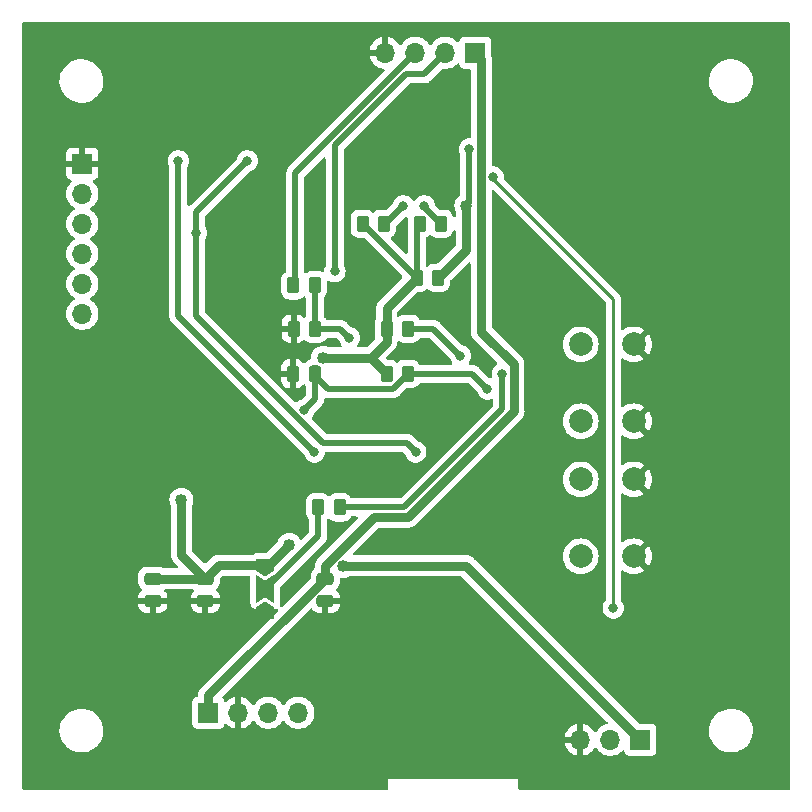
<source format=gbr>
%TF.GenerationSoftware,KiCad,Pcbnew,7.0.10*%
%TF.CreationDate,2024-03-01T12:09:53-06:00*%
%TF.ProjectId,ESP32,45535033-322e-46b6-9963-61645f706362,rev?*%
%TF.SameCoordinates,Original*%
%TF.FileFunction,Copper,L2,Bot*%
%TF.FilePolarity,Positive*%
%FSLAX46Y46*%
G04 Gerber Fmt 4.6, Leading zero omitted, Abs format (unit mm)*
G04 Created by KiCad (PCBNEW 7.0.10) date 2024-03-01 12:09:53*
%MOMM*%
%LPD*%
G01*
G04 APERTURE LIST*
G04 Aperture macros list*
%AMRoundRect*
0 Rectangle with rounded corners*
0 $1 Rounding radius*
0 $2 $3 $4 $5 $6 $7 $8 $9 X,Y pos of 4 corners*
0 Add a 4 corners polygon primitive as box body*
4,1,4,$2,$3,$4,$5,$6,$7,$8,$9,$2,$3,0*
0 Add four circle primitives for the rounded corners*
1,1,$1+$1,$2,$3*
1,1,$1+$1,$4,$5*
1,1,$1+$1,$6,$7*
1,1,$1+$1,$8,$9*
0 Add four rect primitives between the rounded corners*
20,1,$1+$1,$2,$3,$4,$5,0*
20,1,$1+$1,$4,$5,$6,$7,0*
20,1,$1+$1,$6,$7,$8,$9,0*
20,1,$1+$1,$8,$9,$2,$3,0*%
%AMFreePoly0*
4,1,6,1.000000,0.000000,0.500000,-0.750000,-0.500000,-0.750000,-0.500000,0.750000,0.500000,0.750000,1.000000,0.000000,1.000000,0.000000,$1*%
%AMFreePoly1*
4,1,7,0.700000,0.000000,1.200000,-0.750000,-1.200000,-0.750000,-0.700000,0.000000,-1.200000,0.750000,1.200000,0.750000,0.700000,0.000000,0.700000,0.000000,$1*%
G04 Aperture macros list end*
%TA.AperFunction,ComponentPad*%
%ADD10R,1.700000X1.700000*%
%TD*%
%TA.AperFunction,ComponentPad*%
%ADD11O,1.700000X1.700000*%
%TD*%
%TA.AperFunction,ComponentPad*%
%ADD12C,2.000000*%
%TD*%
%TA.AperFunction,SMDPad,CuDef*%
%ADD13RoundRect,0.250000X-0.262500X-0.450000X0.262500X-0.450000X0.262500X0.450000X-0.262500X0.450000X0*%
%TD*%
%TA.AperFunction,SMDPad,CuDef*%
%ADD14RoundRect,0.250000X-0.475000X0.250000X-0.475000X-0.250000X0.475000X-0.250000X0.475000X0.250000X0*%
%TD*%
%TA.AperFunction,SMDPad,CuDef*%
%ADD15RoundRect,0.250000X0.250000X0.475000X-0.250000X0.475000X-0.250000X-0.475000X0.250000X-0.475000X0*%
%TD*%
%TA.AperFunction,SMDPad,CuDef*%
%ADD16RoundRect,0.250000X0.262500X0.450000X-0.262500X0.450000X-0.262500X-0.450000X0.262500X-0.450000X0*%
%TD*%
%TA.AperFunction,SMDPad,CuDef*%
%ADD17FreePoly0,90.000000*%
%TD*%
%TA.AperFunction,SMDPad,CuDef*%
%ADD18FreePoly1,90.000000*%
%TD*%
%TA.AperFunction,SMDPad,CuDef*%
%ADD19FreePoly0,270.000000*%
%TD*%
%TA.AperFunction,ViaPad*%
%ADD20C,0.800000*%
%TD*%
%TA.AperFunction,ViaPad*%
%ADD21C,1.016000*%
%TD*%
%TA.AperFunction,Conductor*%
%ADD22C,0.508000*%
%TD*%
%TA.AperFunction,Conductor*%
%ADD23C,0.762000*%
%TD*%
%TA.AperFunction,Conductor*%
%ADD24C,0.254000*%
%TD*%
G04 APERTURE END LIST*
D10*
%TO.P,DHT22,1,Pin_1*%
%TO.N,+3V3*%
X131826000Y-128778000D03*
D11*
%TO.P,DHT22,2,Pin_2*%
%TO.N,/S*%
X129286000Y-128778000D03*
%TO.P,DHT22,3,Pin_3*%
%TO.N,GND*%
X126746000Y-128778000D03*
%TD*%
D10*
%TO.P,MQ135,1,Pin_1*%
%TO.N,+5V*%
X95250000Y-126492000D03*
D11*
%TO.P,MQ135,2,Pin_2*%
%TO.N,GND*%
X97790000Y-126492000D03*
%TO.P,MQ135,3,Pin_3*%
%TO.N,unconnected-(MQ135-Pin_3-Pad3)*%
X100330000Y-126492000D03*
%TO.P,MQ135,4,Pin_4*%
%TO.N,Net-(MQ135-Pin_4)*%
X102870000Y-126492000D03*
%TD*%
D12*
%TO.P,SW2,1,1*%
%TO.N,GND*%
X131282000Y-95302000D03*
X131282000Y-101802000D03*
%TO.P,SW2,2,2*%
%TO.N,/GPIO0_STRAPPING*%
X126782000Y-95302000D03*
X126782000Y-101802000D03*
%TD*%
D10*
%TO.P,USB_UART1,1,Pin_1*%
%TO.N,GND*%
X84582000Y-80010000D03*
D11*
%TO.P,USB_UART1,2,Pin_2*%
%TO.N,/RTS*%
X84582000Y-82550000D03*
%TO.P,USB_UART1,3,Pin_3*%
%TO.N,unconnected-(USB_UART1-Pin_3-Pad3)*%
X84582000Y-85090000D03*
%TO.P,USB_UART1,4,Pin_4*%
%TO.N,/RX*%
X84582000Y-87630000D03*
%TO.P,USB_UART1,5,Pin_5*%
%TO.N,/TX*%
X84582000Y-90170000D03*
%TO.P,USB_UART1,6,Pin_6*%
%TO.N,/DTR*%
X84582000Y-92710000D03*
%TD*%
D12*
%TO.P,SW1,1,1*%
%TO.N,GND*%
X131282000Y-106732000D03*
X131282000Y-113232000D03*
%TO.P,SW1,2,2*%
%TO.N,/CHIP_PU*%
X126782000Y-106732000D03*
X126782000Y-113232000D03*
%TD*%
D10*
%TO.P,HC-SR4,1,Pin_1*%
%TO.N,+5V*%
X117856000Y-70612000D03*
D11*
%TO.P,HC-SR4,2,Pin_2*%
%TO.N,/Trig*%
X115316000Y-70612000D03*
%TO.P,HC-SR4,3,Pin_3*%
%TO.N,Net-(HC-SR4-Pin_3)*%
X112776000Y-70612000D03*
%TO.P,HC-SR4,4,Pin_4*%
%TO.N,GND*%
X110236000Y-70612000D03*
%TD*%
D13*
%TO.P,R7,1*%
%TO.N,+3V3*%
X110339500Y-97790000D03*
%TO.P,R7,2*%
%TO.N,/CHIP_PU*%
X112164500Y-97790000D03*
%TD*%
%TO.P,R10,1*%
%TO.N,Net-(HC-SR4-Pin_3)*%
X102448000Y-90297000D03*
%TO.P,R10,2*%
%TO.N,/Echo*%
X104273000Y-90297000D03*
%TD*%
D14*
%TO.P,C3,1*%
%TO.N,+3V3*%
X94996000Y-115128000D03*
%TO.P,C3,2*%
%TO.N,GND*%
X94996000Y-117028000D03*
%TD*%
%TO.P,C5,1*%
%TO.N,+5V*%
X105156000Y-115128000D03*
%TO.P,C5,2*%
%TO.N,GND*%
X105156000Y-117028000D03*
%TD*%
%TO.P,C4,1*%
%TO.N,+3V3*%
X90551000Y-115128000D03*
%TO.P,C4,2*%
%TO.N,GND*%
X90551000Y-117028000D03*
%TD*%
D15*
%TO.P,C1,1*%
%TO.N,/CHIP_PU*%
X104310500Y-97790000D03*
%TO.P,C1,2*%
%TO.N,GND*%
X102410500Y-97790000D03*
%TD*%
D16*
%TO.P,R11,1*%
%TO.N,/Echo*%
X104290500Y-93980000D03*
%TO.P,R11,2*%
%TO.N,GND*%
X102465500Y-93980000D03*
%TD*%
D13*
%TO.P,R13,1*%
%TO.N,+3V3*%
X108307500Y-85090000D03*
%TO.P,R13,2*%
%TO.N,/ZMOD_SCL*%
X110132500Y-85090000D03*
%TD*%
D16*
%TO.P,R1,1*%
%TO.N,/GPIO46_STRAPPING*%
X112164500Y-93980000D03*
%TO.P,R1,2*%
%TO.N,+3V3*%
X110339500Y-93980000D03*
%TD*%
D13*
%TO.P,R12,1*%
%TO.N,+3V3*%
X113133500Y-85090000D03*
%TO.P,R12,2*%
%TO.N,/ZMOD_SDA*%
X114958500Y-85090000D03*
%TD*%
%TO.P,R8,1*%
%TO.N,+3V3*%
X112879500Y-89662000D03*
%TO.P,R8,2*%
%TO.N,/GPIO0_STRAPPING*%
X114704500Y-89662000D03*
%TD*%
D17*
%TO.P,JP1,1,A*%
%TO.N,GND*%
X100076000Y-118008000D03*
D18*
%TO.P,JP1,2,C*%
%TO.N,Net-(JP1-C)*%
X100076000Y-116008000D03*
D19*
%TO.P,JP1,3,B*%
%TO.N,+3V3*%
X100076000Y-114008000D03*
%TD*%
D16*
%TO.P,R4,1*%
%TO.N,/GPIO3_STRAPPING*%
X106369500Y-109093000D03*
%TO.P,R4,2*%
%TO.N,Net-(JP1-C)*%
X104544500Y-109093000D03*
%TD*%
D20*
%TO.N,GND*%
X100838000Y-83566000D03*
X90932000Y-112014000D03*
X90170000Y-83820000D03*
%TO.N,/CHIP_PU*%
X103378000Y-100838000D03*
X118872000Y-99060000D03*
%TO.N,GND*%
X138684000Y-114300000D03*
X108712000Y-80010000D03*
X123444000Y-114808000D03*
X100584000Y-109220000D03*
X95758000Y-79502000D03*
X114808000Y-87122000D03*
X104394000Y-85344000D03*
X103124000Y-121920000D03*
X84328000Y-108712000D03*
X128016000Y-74676000D03*
X138684000Y-101092000D03*
X121666000Y-109728000D03*
X111506000Y-86614000D03*
X102616000Y-115316000D03*
X101854000Y-77978000D03*
X100584000Y-86614000D03*
X111506000Y-116840000D03*
X114554000Y-122174000D03*
X122682000Y-91948000D03*
X139446000Y-84328000D03*
X113792000Y-96012000D03*
X115824000Y-102108000D03*
X108712000Y-88138000D03*
X95250000Y-120396000D03*
X84328000Y-118618000D03*
X84328000Y-100584000D03*
X113538000Y-91186000D03*
X116586000Y-74422000D03*
X103886000Y-71120000D03*
X100330000Y-93980000D03*
%TO.N,/GPIO0_STRAPPING*%
X117348000Y-78762700D03*
D21*
X117094000Y-83566000D03*
%TO.N,+3V3*%
X92964000Y-108458000D03*
X106680000Y-114047000D03*
X104949433Y-96434247D03*
X102108000Y-112268000D03*
D20*
%TO.N,/Trig*%
X105948000Y-89124000D03*
%TO.N,/RTS*%
X104232000Y-104394000D03*
X92710000Y-79756000D03*
%TO.N,/DTR*%
X94234000Y-85852000D03*
X98552000Y-79756000D03*
X112799500Y-104394000D03*
%TO.N,/GPIO46_STRAPPING*%
X116586000Y-96266000D03*
%TO.N,/GPIO3_STRAPPING*%
X120142000Y-97790000D03*
%TO.N,/Echo*%
X107188000Y-94742000D03*
%TO.N,/ZMOD_RES_N*%
X119366881Y-81124700D03*
X129533933Y-117608067D03*
%TO.N,/ZMOD_SDA*%
X113538000Y-83566000D03*
%TO.N,/ZMOD_SCL*%
X111760000Y-83566000D03*
%TD*%
D22*
%TO.N,/DTR*%
X112037500Y-103632000D02*
X112799500Y-104394000D01*
X104964261Y-103632000D02*
X112037500Y-103632000D01*
X94234000Y-92901739D02*
X104964261Y-103632000D01*
X94234000Y-84074000D02*
X98552000Y-79756000D01*
X94234000Y-85852000D02*
X94234000Y-92901739D01*
X94234000Y-85852000D02*
X94234000Y-84074000D01*
D23*
%TO.N,+3V3*%
X92964000Y-113096000D02*
X94996000Y-115128000D01*
X92964000Y-108458000D02*
X92964000Y-113096000D01*
D22*
%TO.N,/CHIP_PU*%
X117602000Y-97790000D02*
X112164500Y-97790000D01*
X105410000Y-99060000D02*
X110894500Y-99060000D01*
X110894500Y-99060000D02*
X112164500Y-97790000D01*
X104140000Y-97790000D02*
X105410000Y-99060000D01*
X104310500Y-97790000D02*
X104140000Y-97790000D01*
X104310500Y-99905500D02*
X103378000Y-100838000D01*
X104310500Y-97790000D02*
X104310500Y-99905500D01*
X118872000Y-99060000D02*
X117602000Y-97790000D01*
D23*
%TO.N,/GPIO0_STRAPPING*%
X117094000Y-87272500D02*
X117094000Y-83566000D01*
X114704500Y-89662000D02*
X117094000Y-87272500D01*
D22*
X117348000Y-78762700D02*
X117348000Y-83312000D01*
X117348000Y-83312000D02*
X117094000Y-83566000D01*
D23*
%TO.N,+3V3*%
X96116000Y-114008000D02*
X98806000Y-114008000D01*
X100368000Y-114008000D02*
X102108000Y-112268000D01*
X106680000Y-114047000D02*
X117095000Y-114047000D01*
X110339500Y-93980000D02*
X110339500Y-92202000D01*
X110339500Y-95114662D02*
X110339500Y-93980000D01*
X109001831Y-96452331D02*
X110339500Y-95114662D01*
X117095000Y-114047000D02*
X131826000Y-128778000D01*
X109001831Y-96452331D02*
X110339500Y-97790000D01*
X98806000Y-114008000D02*
X100076000Y-114008000D01*
D22*
X108307500Y-85090000D02*
X112879500Y-89662000D01*
D23*
X110339500Y-92202000D02*
X112879500Y-89662000D01*
D22*
X112879500Y-85344000D02*
X112879500Y-89662000D01*
D23*
X90551000Y-115128000D02*
X94996000Y-115128000D01*
X98806000Y-114008000D02*
X100368000Y-114008000D01*
X104949433Y-96434247D02*
X104967517Y-96452331D01*
D22*
X113133500Y-85090000D02*
X112879500Y-85344000D01*
D23*
X104967517Y-96452331D02*
X109001831Y-96452331D01*
X94996000Y-115128000D02*
X96116000Y-114008000D01*
%TO.N,+5V*%
X105156000Y-115128000D02*
X105156000Y-114030921D01*
X95250000Y-125026862D02*
X105148862Y-115128000D01*
X121123000Y-96993000D02*
X118340676Y-94210676D01*
X118340676Y-71096676D02*
X117856000Y-70612000D01*
X105148862Y-115128000D02*
X105156000Y-115128000D01*
X121123000Y-100975662D02*
X121123000Y-96993000D01*
X105156000Y-114030921D02*
X109258921Y-109928000D01*
X118340676Y-94210676D02*
X118340676Y-71096676D01*
X95250000Y-126492000D02*
X95250000Y-125026862D01*
X109258921Y-109928000D02*
X112170662Y-109928000D01*
X112170662Y-109928000D02*
X121123000Y-100975662D01*
D22*
%TO.N,/Trig*%
X105948000Y-89124000D02*
X105948000Y-78441264D01*
X113484000Y-72444000D02*
X115316000Y-70612000D01*
X105948000Y-78441264D02*
X111945264Y-72444000D01*
X111945264Y-72444000D02*
X113484000Y-72444000D01*
%TO.N,Net-(HC-SR4-Pin_3)*%
X102616000Y-90129000D02*
X102616000Y-80772000D01*
X102616000Y-80772000D02*
X112776000Y-70612000D01*
X102448000Y-90297000D02*
X102616000Y-90129000D01*
%TO.N,Net-(JP1-C)*%
X104544500Y-109093000D02*
X104544500Y-111539500D01*
X104544500Y-111539500D02*
X100076000Y-116008000D01*
%TO.N,/RTS*%
X104232000Y-104394000D02*
X92710000Y-92872000D01*
X92710000Y-92872000D02*
X92710000Y-79756000D01*
%TO.N,/GPIO46_STRAPPING*%
X114300000Y-93980000D02*
X116586000Y-96266000D01*
X112164500Y-93980000D02*
X114300000Y-93980000D01*
%TO.N,/GPIO3_STRAPPING*%
X111824794Y-109093000D02*
X120142000Y-100775794D01*
X120142000Y-100775794D02*
X120142000Y-97790000D01*
X106369500Y-109093000D02*
X111824794Y-109093000D01*
%TO.N,/Echo*%
X106426000Y-93980000D02*
X104290500Y-93980000D01*
X104273000Y-93962500D02*
X104290500Y-93980000D01*
X104273000Y-90297000D02*
X104273000Y-93962500D01*
X107188000Y-94742000D02*
X106426000Y-93980000D01*
D24*
%TO.N,/ZMOD_RES_N*%
X129533933Y-91433933D02*
X129533933Y-117608067D01*
X119366881Y-81124700D02*
X119366881Y-81266881D01*
X119366881Y-81266881D02*
X129533933Y-91433933D01*
D22*
%TO.N,/ZMOD_SDA*%
X114958500Y-85090000D02*
X113538000Y-83669500D01*
X113538000Y-83669500D02*
X113538000Y-83566000D01*
%TO.N,/ZMOD_SCL*%
X110236000Y-85090000D02*
X111760000Y-83566000D01*
X110132500Y-85090000D02*
X110236000Y-85090000D01*
%TD*%
%TA.AperFunction,Conductor*%
%TO.N,GND*%
G36*
X107837409Y-109875502D02*
G01*
X107883902Y-109929158D01*
X107894006Y-109999432D01*
X107864512Y-110064012D01*
X107858383Y-110070595D01*
X104583544Y-113345432D01*
X104568518Y-113358267D01*
X104557530Y-113366251D01*
X104512768Y-113415964D01*
X104508233Y-113420743D01*
X104494065Y-113434912D01*
X104494057Y-113434921D01*
X104481448Y-113450490D01*
X104477172Y-113455496D01*
X104432418Y-113505202D01*
X104432410Y-113505213D01*
X104425626Y-113516963D01*
X104414431Y-113533252D01*
X104405893Y-113543795D01*
X104375521Y-113603402D01*
X104372375Y-113609196D01*
X104338925Y-113667134D01*
X104338923Y-113667138D01*
X104334731Y-113680041D01*
X104327168Y-113698302D01*
X104321007Y-113710394D01*
X104303688Y-113775025D01*
X104301815Y-113781347D01*
X104281144Y-113844963D01*
X104279726Y-113858459D01*
X104276125Y-113877889D01*
X104272610Y-113891008D01*
X104269110Y-113957807D01*
X104268593Y-113964383D01*
X104266500Y-113984293D01*
X104266500Y-114004327D01*
X104266327Y-114010921D01*
X104262825Y-114077728D01*
X104264949Y-114091133D01*
X104266500Y-114110845D01*
X104266500Y-114172161D01*
X104246498Y-114240282D01*
X104212503Y-114273653D01*
X104213106Y-114274416D01*
X104207347Y-114278969D01*
X104081975Y-114404341D01*
X104081970Y-114404347D01*
X103988885Y-114555262D01*
X103933113Y-114723572D01*
X103933112Y-114723579D01*
X103922500Y-114827446D01*
X103922500Y-115044228D01*
X103902498Y-115112349D01*
X103885595Y-115133323D01*
X101520846Y-117498071D01*
X101458534Y-117532097D01*
X101387718Y-117527032D01*
X101330883Y-117484485D01*
X101306072Y-117417965D01*
X101317138Y-117356632D01*
X101318919Y-117352734D01*
X101339729Y-117208000D01*
X101339729Y-115874798D01*
X101359731Y-115806677D01*
X101376634Y-115785703D01*
X103204530Y-113957807D01*
X105037901Y-112124435D01*
X105051740Y-112112475D01*
X105071322Y-112097898D01*
X105103677Y-112059336D01*
X105111096Y-112051240D01*
X105115073Y-112047265D01*
X105134649Y-112022504D01*
X105136895Y-112019749D01*
X105185896Y-111961353D01*
X105185896Y-111961351D01*
X105185899Y-111961349D01*
X105189930Y-111955220D01*
X105189983Y-111955255D01*
X105194095Y-111948800D01*
X105194041Y-111948767D01*
X105197887Y-111942529D01*
X105197895Y-111942520D01*
X105230130Y-111873389D01*
X105231666Y-111870215D01*
X105265894Y-111802066D01*
X105265895Y-111802060D01*
X105265897Y-111802057D01*
X105268408Y-111795161D01*
X105268466Y-111795182D01*
X105270975Y-111787962D01*
X105270916Y-111787943D01*
X105273223Y-111780979D01*
X105273223Y-111780977D01*
X105273225Y-111780974D01*
X105288648Y-111706272D01*
X105289420Y-111702796D01*
X105307000Y-111628623D01*
X105307000Y-111628615D01*
X105307852Y-111621334D01*
X105307912Y-111621341D01*
X105308690Y-111613726D01*
X105308629Y-111613721D01*
X105309267Y-111606417D01*
X105309269Y-111606409D01*
X105307053Y-111530245D01*
X105307000Y-111526581D01*
X105307000Y-110167872D01*
X105327002Y-110099751D01*
X105343898Y-110078783D01*
X105367906Y-110054775D01*
X105430213Y-110020752D01*
X105501029Y-110025815D01*
X105546094Y-110054777D01*
X105633341Y-110142024D01*
X105633347Y-110142029D01*
X105633348Y-110142030D01*
X105784262Y-110235115D01*
X105952574Y-110290887D01*
X106056455Y-110301500D01*
X106682544Y-110301499D01*
X106786426Y-110290887D01*
X106954738Y-110235115D01*
X107105652Y-110142030D01*
X107231030Y-110016652D01*
X107293512Y-109915352D01*
X107346298Y-109867875D01*
X107400753Y-109855500D01*
X107769288Y-109855500D01*
X107837409Y-109875502D01*
G37*
%TD.AperFunction*%
%TA.AperFunction,Conductor*%
G36*
X117369209Y-88359400D02*
G01*
X117426044Y-88401947D01*
X117450855Y-88468467D01*
X117451176Y-88477456D01*
X117451176Y-94130750D01*
X117449625Y-94150460D01*
X117447501Y-94163866D01*
X117451003Y-94230674D01*
X117451176Y-94237269D01*
X117451176Y-94257299D01*
X117453269Y-94277210D01*
X117453786Y-94283788D01*
X117457286Y-94350584D01*
X117457287Y-94350595D01*
X117460801Y-94363709D01*
X117464402Y-94383139D01*
X117465820Y-94396633D01*
X117486494Y-94460258D01*
X117488367Y-94466582D01*
X117505682Y-94531200D01*
X117511841Y-94543289D01*
X117519405Y-94561548D01*
X117523601Y-94574461D01*
X117557061Y-94632415D01*
X117560199Y-94638196D01*
X117590567Y-94697799D01*
X117599106Y-94708343D01*
X117610305Y-94724637D01*
X117617091Y-94736391D01*
X117661858Y-94786110D01*
X117666136Y-94791120D01*
X117678739Y-94806682D01*
X117678740Y-94806683D01*
X117678745Y-94806689D01*
X117692886Y-94820830D01*
X117697427Y-94825614D01*
X117742206Y-94875345D01*
X117753185Y-94883322D01*
X117768221Y-94896164D01*
X119688481Y-96816424D01*
X119722507Y-96878736D01*
X119717442Y-96949551D01*
X119674895Y-97006387D01*
X119673447Y-97007455D01*
X119530744Y-97111135D01*
X119402965Y-97253048D01*
X119402958Y-97253058D01*
X119307476Y-97418438D01*
X119307473Y-97418445D01*
X119248457Y-97600072D01*
X119228496Y-97790000D01*
X119248457Y-97979930D01*
X119261745Y-98020825D01*
X119263772Y-98091792D01*
X119227109Y-98152590D01*
X119163397Y-98183915D01*
X119115713Y-98183006D01*
X119098411Y-98179328D01*
X119035938Y-98145599D01*
X119035515Y-98145177D01*
X118186942Y-97296604D01*
X118174970Y-97282752D01*
X118160398Y-97263178D01*
X118160396Y-97263176D01*
X118121835Y-97230819D01*
X118113733Y-97223394D01*
X118109771Y-97219432D01*
X118109767Y-97219429D01*
X118109765Y-97219427D01*
X118085062Y-97199894D01*
X118082222Y-97197581D01*
X118023855Y-97148605D01*
X118017728Y-97144576D01*
X118017761Y-97144524D01*
X118011303Y-97140410D01*
X118011272Y-97140461D01*
X118005019Y-97136604D01*
X117935958Y-97104400D01*
X117932661Y-97102804D01*
X117864569Y-97068607D01*
X117857671Y-97066097D01*
X117857691Y-97066039D01*
X117850459Y-97063525D01*
X117850440Y-97063583D01*
X117843477Y-97061275D01*
X117768865Y-97045869D01*
X117765290Y-97045076D01*
X117691125Y-97027500D01*
X117683833Y-97026648D01*
X117683840Y-97026587D01*
X117676226Y-97025809D01*
X117676221Y-97025871D01*
X117668909Y-97025231D01*
X117592746Y-97027447D01*
X117589082Y-97027500D01*
X117405850Y-97027500D01*
X117337729Y-97007498D01*
X117291236Y-96953842D01*
X117281132Y-96883568D01*
X117310626Y-96818988D01*
X117312213Y-96817191D01*
X117325034Y-96802951D01*
X117325035Y-96802949D01*
X117325040Y-96802944D01*
X117420527Y-96637556D01*
X117479542Y-96455928D01*
X117499504Y-96266000D01*
X117479542Y-96076072D01*
X117420527Y-95894444D01*
X117325040Y-95729056D01*
X117325038Y-95729054D01*
X117325034Y-95729048D01*
X117197255Y-95587135D01*
X117042752Y-95474882D01*
X116868288Y-95397206D01*
X116812411Y-95385328D01*
X116749938Y-95351599D01*
X116749515Y-95351177D01*
X114884942Y-93486604D01*
X114872970Y-93472752D01*
X114858398Y-93453178D01*
X114858396Y-93453176D01*
X114819835Y-93420819D01*
X114811733Y-93413394D01*
X114807771Y-93409432D01*
X114807767Y-93409429D01*
X114807765Y-93409427D01*
X114783062Y-93389894D01*
X114780222Y-93387581D01*
X114721855Y-93338605D01*
X114715728Y-93334576D01*
X114715761Y-93334524D01*
X114709303Y-93330410D01*
X114709272Y-93330461D01*
X114703019Y-93326604D01*
X114633958Y-93294400D01*
X114630661Y-93292804D01*
X114562569Y-93258607D01*
X114555671Y-93256097D01*
X114555691Y-93256039D01*
X114548459Y-93253525D01*
X114548440Y-93253583D01*
X114541477Y-93251275D01*
X114466865Y-93235869D01*
X114463290Y-93235076D01*
X114389125Y-93217500D01*
X114381833Y-93216648D01*
X114381840Y-93216587D01*
X114374226Y-93215809D01*
X114374221Y-93215871D01*
X114366909Y-93215231D01*
X114321954Y-93216539D01*
X114290746Y-93217447D01*
X114287082Y-93217500D01*
X113195753Y-93217500D01*
X113127632Y-93197498D01*
X113088512Y-93157647D01*
X113054000Y-93101694D01*
X113026030Y-93056348D01*
X113026029Y-93056347D01*
X113026024Y-93056341D01*
X112900658Y-92930975D01*
X112900652Y-92930970D01*
X112873804Y-92914410D01*
X112749738Y-92837885D01*
X112657349Y-92807271D01*
X112581427Y-92782113D01*
X112581420Y-92782112D01*
X112477553Y-92771500D01*
X111851455Y-92771500D01*
X111747574Y-92782112D01*
X111579261Y-92837885D01*
X111498618Y-92887627D01*
X111428348Y-92930970D01*
X111428347Y-92930970D01*
X111422102Y-92934823D01*
X111420525Y-92932267D01*
X111367299Y-92953735D01*
X111297551Y-92940478D01*
X111246043Y-92891617D01*
X111229000Y-92828337D01*
X111229000Y-92622631D01*
X111249002Y-92554510D01*
X111265900Y-92533541D01*
X112892037Y-90907403D01*
X112954349Y-90873378D01*
X112981132Y-90870499D01*
X113192544Y-90870499D01*
X113296426Y-90859887D01*
X113464738Y-90804115D01*
X113615652Y-90711030D01*
X113615658Y-90711024D01*
X113702905Y-90623778D01*
X113765217Y-90589752D01*
X113836032Y-90594817D01*
X113881095Y-90623778D01*
X113968341Y-90711024D01*
X113968347Y-90711029D01*
X113968348Y-90711030D01*
X114119262Y-90804115D01*
X114287574Y-90859887D01*
X114391455Y-90870500D01*
X115017544Y-90870499D01*
X115121426Y-90859887D01*
X115289738Y-90804115D01*
X115440652Y-90711030D01*
X115566030Y-90585652D01*
X115659115Y-90434738D01*
X115714887Y-90266426D01*
X115725500Y-90162545D01*
X115725499Y-89951132D01*
X115745501Y-89883012D01*
X115762399Y-89862042D01*
X117236082Y-88388359D01*
X117298393Y-88354335D01*
X117369209Y-88359400D01*
G37*
%TD.AperFunction*%
%TA.AperFunction,Conductor*%
G36*
X114000094Y-94762502D02*
G01*
X114021067Y-94779404D01*
X114853985Y-95612323D01*
X115668597Y-96426935D01*
X115699334Y-96477092D01*
X115751473Y-96637556D01*
X115764657Y-96660391D01*
X115846958Y-96802941D01*
X115846965Y-96802951D01*
X115859787Y-96817191D01*
X115890504Y-96881199D01*
X115881739Y-96951652D01*
X115836275Y-97006183D01*
X115768547Y-97027477D01*
X115766150Y-97027500D01*
X113195753Y-97027500D01*
X113127632Y-97007498D01*
X113088512Y-96967647D01*
X113075391Y-96946375D01*
X113026030Y-96866348D01*
X113026029Y-96866347D01*
X113026024Y-96866341D01*
X112900658Y-96740975D01*
X112900652Y-96740970D01*
X112860129Y-96715975D01*
X112749738Y-96647885D01*
X112630104Y-96608243D01*
X112581427Y-96592113D01*
X112581420Y-96592112D01*
X112477553Y-96581500D01*
X111851455Y-96581500D01*
X111747574Y-96592112D01*
X111579261Y-96647885D01*
X111428347Y-96740970D01*
X111428341Y-96740975D01*
X111341095Y-96828222D01*
X111278783Y-96862248D01*
X111207968Y-96857183D01*
X111162905Y-96828222D01*
X111075658Y-96740975D01*
X111075652Y-96740970D01*
X111035129Y-96715975D01*
X110924738Y-96647885D01*
X110805104Y-96608243D01*
X110756427Y-96592113D01*
X110756420Y-96592112D01*
X110652553Y-96581500D01*
X110652545Y-96581500D01*
X110441133Y-96581500D01*
X110373012Y-96561498D01*
X110352038Y-96544595D01*
X110348869Y-96541426D01*
X110314843Y-96479114D01*
X110319908Y-96408299D01*
X110348866Y-96363238D01*
X110911961Y-95800142D01*
X110926988Y-95787308D01*
X110937970Y-95779331D01*
X110982741Y-95729605D01*
X110987263Y-95724840D01*
X111001437Y-95710668D01*
X111014045Y-95695096D01*
X111018324Y-95690089D01*
X111063081Y-95640382D01*
X111063081Y-95640380D01*
X111063085Y-95640377D01*
X111069871Y-95628621D01*
X111081065Y-95612333D01*
X111089607Y-95601787D01*
X111119991Y-95542151D01*
X111123119Y-95536391D01*
X111150382Y-95489173D01*
X111156573Y-95478451D01*
X111156573Y-95478450D01*
X111156575Y-95478447D01*
X111160768Y-95465539D01*
X111168333Y-95447275D01*
X111174494Y-95435186D01*
X111191809Y-95370561D01*
X111193684Y-95364235D01*
X111214354Y-95300622D01*
X111214355Y-95300616D01*
X111215772Y-95287133D01*
X111219377Y-95267682D01*
X111221980Y-95257968D01*
X111222889Y-95254577D01*
X111226392Y-95187703D01*
X111226901Y-95181240D01*
X111229000Y-95161282D01*
X111229000Y-95141255D01*
X111229172Y-95134671D01*
X111229655Y-95125456D01*
X111253189Y-95058477D01*
X111309201Y-95014852D01*
X111379907Y-95008434D01*
X111420798Y-95027290D01*
X111422102Y-95025177D01*
X111428346Y-95029028D01*
X111428348Y-95029030D01*
X111579262Y-95122115D01*
X111747574Y-95177887D01*
X111851455Y-95188500D01*
X112477544Y-95188499D01*
X112581426Y-95177887D01*
X112749738Y-95122115D01*
X112900652Y-95029030D01*
X113026030Y-94903652D01*
X113088512Y-94802352D01*
X113141298Y-94754875D01*
X113195753Y-94742500D01*
X113931973Y-94742500D01*
X114000094Y-94762502D01*
G37*
%TD.AperFunction*%
%TA.AperFunction,Conductor*%
G36*
X116432061Y-71514200D02*
G01*
X116490606Y-71554362D01*
X116511000Y-71589941D01*
X116555111Y-71708204D01*
X116555112Y-71708207D01*
X116642738Y-71825261D01*
X116759792Y-71912887D01*
X116759794Y-71912888D01*
X116759796Y-71912889D01*
X116813600Y-71932957D01*
X116896795Y-71963988D01*
X116896803Y-71963990D01*
X116957350Y-71970499D01*
X116957355Y-71970499D01*
X116957362Y-71970500D01*
X117325176Y-71970500D01*
X117393297Y-71990502D01*
X117439790Y-72044158D01*
X117451176Y-72096500D01*
X117451176Y-77728200D01*
X117431174Y-77796321D01*
X117377518Y-77842814D01*
X117325176Y-77854200D01*
X117252513Y-77854200D01*
X117065711Y-77893906D01*
X116891247Y-77971582D01*
X116736744Y-78083835D01*
X116608965Y-78225748D01*
X116608958Y-78225758D01*
X116513476Y-78391138D01*
X116513473Y-78391145D01*
X116454457Y-78572772D01*
X116434496Y-78762700D01*
X116454457Y-78952627D01*
X116484526Y-79045170D01*
X116513473Y-79134256D01*
X116562432Y-79219056D01*
X116568619Y-79229771D01*
X116585500Y-79292771D01*
X116585500Y-82609972D01*
X116565498Y-82678093D01*
X116529505Y-82714735D01*
X116526534Y-82716719D01*
X116371748Y-82843748D01*
X116244720Y-82998533D01*
X116150334Y-83175116D01*
X116150332Y-83175122D01*
X116092206Y-83366736D01*
X116092206Y-83366738D01*
X116072582Y-83565996D01*
X116072582Y-83566003D01*
X116092206Y-83765261D01*
X116092206Y-83765263D01*
X116150332Y-83956877D01*
X116150334Y-83956882D01*
X116189622Y-84030384D01*
X116204500Y-84089780D01*
X116204500Y-84415787D01*
X116184498Y-84483908D01*
X116130842Y-84530401D01*
X116060568Y-84540505D01*
X115995988Y-84511011D01*
X115958895Y-84455420D01*
X115945762Y-84415787D01*
X115913115Y-84317262D01*
X115820030Y-84166348D01*
X115820029Y-84166347D01*
X115820024Y-84166341D01*
X115694658Y-84040975D01*
X115694652Y-84040970D01*
X115677489Y-84030384D01*
X115543738Y-83947885D01*
X115459582Y-83919999D01*
X115375427Y-83892113D01*
X115375420Y-83892112D01*
X115271553Y-83881500D01*
X115271545Y-83881500D01*
X114880528Y-83881500D01*
X114812407Y-83861498D01*
X114791433Y-83844595D01*
X114475851Y-83529013D01*
X114441825Y-83466701D01*
X114439636Y-83453087D01*
X114432719Y-83387270D01*
X114431542Y-83376072D01*
X114372527Y-83194444D01*
X114277040Y-83029056D01*
X114277038Y-83029054D01*
X114277034Y-83029048D01*
X114149255Y-82887135D01*
X113994752Y-82774882D01*
X113820288Y-82697206D01*
X113633487Y-82657500D01*
X113442513Y-82657500D01*
X113255711Y-82697206D01*
X113081247Y-82774882D01*
X112926744Y-82887135D01*
X112798965Y-83029048D01*
X112798961Y-83029055D01*
X112758119Y-83099795D01*
X112706736Y-83148788D01*
X112637022Y-83162223D01*
X112571111Y-83135836D01*
X112539881Y-83099795D01*
X112499040Y-83029056D01*
X112499036Y-83029051D01*
X112499034Y-83029048D01*
X112371255Y-82887135D01*
X112216752Y-82774882D01*
X112042288Y-82697206D01*
X111855487Y-82657500D01*
X111664513Y-82657500D01*
X111477711Y-82697206D01*
X111303247Y-82774882D01*
X111148744Y-82887135D01*
X111020965Y-83029048D01*
X111020958Y-83029058D01*
X110925476Y-83194438D01*
X110925473Y-83194445D01*
X110873335Y-83354905D01*
X110842597Y-83405063D01*
X110403065Y-83844595D01*
X110340753Y-83878621D01*
X110313970Y-83881500D01*
X109819455Y-83881500D01*
X109715574Y-83892112D01*
X109547261Y-83947885D01*
X109396347Y-84040970D01*
X109396341Y-84040975D01*
X109309095Y-84128222D01*
X109246783Y-84162248D01*
X109175968Y-84157183D01*
X109130905Y-84128222D01*
X109043658Y-84040975D01*
X109043652Y-84040970D01*
X109026489Y-84030384D01*
X108892738Y-83947885D01*
X108808582Y-83919999D01*
X108724427Y-83892113D01*
X108724420Y-83892112D01*
X108620553Y-83881500D01*
X107994455Y-83881500D01*
X107890574Y-83892112D01*
X107722261Y-83947885D01*
X107571347Y-84040970D01*
X107571341Y-84040975D01*
X107445975Y-84166341D01*
X107445970Y-84166347D01*
X107352885Y-84317262D01*
X107297113Y-84485572D01*
X107297112Y-84485579D01*
X107286500Y-84589446D01*
X107286500Y-85590544D01*
X107297112Y-85694425D01*
X107352885Y-85862738D01*
X107445970Y-86013652D01*
X107445975Y-86013658D01*
X107571341Y-86139024D01*
X107571347Y-86139029D01*
X107571348Y-86139030D01*
X107722262Y-86232115D01*
X107890574Y-86287887D01*
X107994455Y-86298500D01*
X108385472Y-86298499D01*
X108453592Y-86318501D01*
X108474566Y-86335403D01*
X111622265Y-89483103D01*
X111656290Y-89545413D01*
X111651225Y-89616228D01*
X111622264Y-89661291D01*
X109767044Y-91516511D01*
X109752018Y-91529346D01*
X109741030Y-91537330D01*
X109696268Y-91587043D01*
X109691733Y-91591822D01*
X109677565Y-91605991D01*
X109677557Y-91606000D01*
X109664948Y-91621569D01*
X109660672Y-91626575D01*
X109615918Y-91676281D01*
X109615910Y-91676292D01*
X109609126Y-91688042D01*
X109597931Y-91704331D01*
X109589393Y-91714874D01*
X109559021Y-91774481D01*
X109555875Y-91780275D01*
X109522425Y-91838213D01*
X109522423Y-91838217D01*
X109518231Y-91851120D01*
X109510668Y-91869381D01*
X109504507Y-91881473D01*
X109487188Y-91946104D01*
X109485315Y-91952426D01*
X109464644Y-92016042D01*
X109463226Y-92029538D01*
X109459625Y-92048968D01*
X109456110Y-92062087D01*
X109452610Y-92128886D01*
X109452093Y-92135462D01*
X109450000Y-92155372D01*
X109450000Y-92175406D01*
X109449827Y-92182000D01*
X109446325Y-92248807D01*
X109448449Y-92262212D01*
X109450000Y-92281924D01*
X109450000Y-93065960D01*
X109431241Y-93132106D01*
X109384885Y-93207260D01*
X109329113Y-93375572D01*
X109329112Y-93375579D01*
X109318500Y-93479446D01*
X109318500Y-94480544D01*
X109329113Y-94584426D01*
X109375023Y-94722976D01*
X109377463Y-94793930D01*
X109344514Y-94851703D01*
X108670293Y-95525926D01*
X108607980Y-95559951D01*
X108581197Y-95562831D01*
X107954428Y-95562831D01*
X107886307Y-95542829D01*
X107839814Y-95489173D01*
X107829710Y-95418899D01*
X107859204Y-95354319D01*
X107860792Y-95352521D01*
X107927034Y-95278951D01*
X107927035Y-95278949D01*
X107927040Y-95278944D01*
X108022527Y-95113556D01*
X108081542Y-94931928D01*
X108101504Y-94742000D01*
X108081542Y-94552072D01*
X108022527Y-94370444D01*
X107927040Y-94205056D01*
X107927038Y-94205054D01*
X107927034Y-94205048D01*
X107799255Y-94063135D01*
X107644752Y-93950882D01*
X107470288Y-93873206D01*
X107414411Y-93861328D01*
X107351938Y-93827599D01*
X107351515Y-93827177D01*
X107010942Y-93486604D01*
X106998970Y-93472752D01*
X106984398Y-93453178D01*
X106984396Y-93453176D01*
X106945835Y-93420819D01*
X106937733Y-93413394D01*
X106933771Y-93409432D01*
X106933767Y-93409429D01*
X106933765Y-93409427D01*
X106909062Y-93389894D01*
X106906222Y-93387581D01*
X106847855Y-93338605D01*
X106841728Y-93334576D01*
X106841761Y-93334524D01*
X106835303Y-93330410D01*
X106835272Y-93330461D01*
X106829019Y-93326604D01*
X106759958Y-93294400D01*
X106756661Y-93292804D01*
X106688569Y-93258607D01*
X106681671Y-93256097D01*
X106681691Y-93256039D01*
X106674459Y-93253525D01*
X106674440Y-93253583D01*
X106667477Y-93251275D01*
X106592865Y-93235869D01*
X106589290Y-93235076D01*
X106515125Y-93217500D01*
X106507833Y-93216648D01*
X106507840Y-93216587D01*
X106500226Y-93215809D01*
X106500221Y-93215871D01*
X106492909Y-93215231D01*
X106447954Y-93216539D01*
X106416746Y-93217447D01*
X106413082Y-93217500D01*
X105321753Y-93217500D01*
X105253632Y-93197498D01*
X105214512Y-93157647D01*
X105180000Y-93101694D01*
X105152030Y-93056348D01*
X105152029Y-93056347D01*
X105152024Y-93056341D01*
X105072405Y-92976722D01*
X105038379Y-92914410D01*
X105035500Y-92887627D01*
X105035500Y-91371872D01*
X105055502Y-91303751D01*
X105072400Y-91282781D01*
X105134530Y-91220652D01*
X105227615Y-91069738D01*
X105283387Y-90901426D01*
X105294000Y-90797545D01*
X105293999Y-90019096D01*
X105314001Y-89950976D01*
X105367657Y-89904483D01*
X105437931Y-89894379D01*
X105484651Y-89913340D01*
X105485531Y-89911817D01*
X105491242Y-89915113D01*
X105491248Y-89915118D01*
X105665712Y-89992794D01*
X105852513Y-90032500D01*
X106043487Y-90032500D01*
X106230288Y-89992794D01*
X106404752Y-89915118D01*
X106559253Y-89802866D01*
X106565025Y-89796456D01*
X106687034Y-89660951D01*
X106687035Y-89660949D01*
X106687040Y-89660944D01*
X106782527Y-89495556D01*
X106841542Y-89313928D01*
X106861504Y-89124000D01*
X106841542Y-88934072D01*
X106782527Y-88752444D01*
X106782525Y-88752441D01*
X106782524Y-88752437D01*
X106727381Y-88656926D01*
X106710500Y-88593927D01*
X106710500Y-78809291D01*
X106730502Y-78741170D01*
X106747405Y-78720196D01*
X112224197Y-73243405D01*
X112286509Y-73209379D01*
X112313292Y-73206500D01*
X113419272Y-73206500D01*
X113437532Y-73207830D01*
X113439741Y-73208153D01*
X113461672Y-73211366D01*
X113507976Y-73207314D01*
X113511817Y-73206979D01*
X113522797Y-73206500D01*
X113528413Y-73206500D01*
X113542331Y-73204872D01*
X113559688Y-73202843D01*
X113563328Y-73202472D01*
X113639240Y-73195831D01*
X113639246Y-73195828D01*
X113646425Y-73194347D01*
X113646437Y-73194407D01*
X113653914Y-73192749D01*
X113653900Y-73192690D01*
X113661029Y-73190999D01*
X113661042Y-73190998D01*
X113732682Y-73164922D01*
X113736074Y-73163743D01*
X113808440Y-73139765D01*
X113808443Y-73139762D01*
X113815090Y-73136664D01*
X113815116Y-73136720D01*
X113822003Y-73133386D01*
X113821976Y-73133331D01*
X113828534Y-73130036D01*
X113828534Y-73130035D01*
X113828539Y-73130034D01*
X113892245Y-73088132D01*
X113895264Y-73086209D01*
X113960149Y-73046188D01*
X113960150Y-73046187D01*
X113965909Y-73041634D01*
X113965947Y-73041682D01*
X113971874Y-73036855D01*
X113971834Y-73036807D01*
X113977452Y-73032091D01*
X113977462Y-73032085D01*
X114029819Y-72976588D01*
X114032306Y-72974029D01*
X115013944Y-71992392D01*
X115076254Y-71958368D01*
X115123776Y-71957208D01*
X115203429Y-71970500D01*
X115203431Y-71970500D01*
X115428565Y-71970500D01*
X115428569Y-71970500D01*
X115650635Y-71933444D01*
X115863574Y-71860342D01*
X116061576Y-71753189D01*
X116239240Y-71614906D01*
X116300245Y-71548637D01*
X116361096Y-71512067D01*
X116432061Y-71514200D01*
G37*
%TD.AperFunction*%
%TA.AperFunction,Conductor*%
G36*
X105103532Y-79466971D02*
G01*
X105160368Y-79509518D01*
X105185179Y-79576038D01*
X105185500Y-79585027D01*
X105185500Y-88593927D01*
X105168619Y-88656926D01*
X105113475Y-88752437D01*
X105054457Y-88934072D01*
X105041631Y-89056114D01*
X105014618Y-89121771D01*
X104956397Y-89162401D01*
X104885451Y-89165104D01*
X104863072Y-89157139D01*
X104858241Y-89154886D01*
X104689927Y-89099113D01*
X104689920Y-89099112D01*
X104586053Y-89088500D01*
X103959955Y-89088500D01*
X103856074Y-89099112D01*
X103687759Y-89154886D01*
X103570646Y-89227122D01*
X103502167Y-89245859D01*
X103434428Y-89224599D01*
X103388937Y-89170092D01*
X103378500Y-89119881D01*
X103378500Y-81140027D01*
X103398502Y-81071906D01*
X103415405Y-81050932D01*
X104970405Y-79495932D01*
X105032717Y-79461906D01*
X105103532Y-79466971D01*
G37*
%TD.AperFunction*%
%TA.AperFunction,Conductor*%
G36*
X116134750Y-85651464D02*
G01*
X116186776Y-85699773D01*
X116204500Y-85764211D01*
X116204500Y-86851866D01*
X116184498Y-86919987D01*
X116167595Y-86940961D01*
X114691960Y-88416595D01*
X114629648Y-88450621D01*
X114602866Y-88453500D01*
X114391455Y-88453500D01*
X114287574Y-88464112D01*
X114119261Y-88519885D01*
X113968347Y-88612970D01*
X113881094Y-88700223D01*
X113818782Y-88734248D01*
X113747966Y-88729182D01*
X113702904Y-88700222D01*
X113678903Y-88676221D01*
X113644879Y-88613908D01*
X113642000Y-88587127D01*
X113642000Y-86348169D01*
X113662002Y-86280048D01*
X113714759Y-86233970D01*
X113718730Y-86232117D01*
X113718738Y-86232115D01*
X113869652Y-86139030D01*
X113869658Y-86139024D01*
X113956905Y-86051778D01*
X114019217Y-86017752D01*
X114090032Y-86022817D01*
X114135095Y-86051778D01*
X114222341Y-86139024D01*
X114222347Y-86139029D01*
X114222348Y-86139030D01*
X114373262Y-86232115D01*
X114541574Y-86287887D01*
X114645455Y-86298500D01*
X115271544Y-86298499D01*
X115375426Y-86287887D01*
X115543738Y-86232115D01*
X115694652Y-86139030D01*
X115820030Y-86013652D01*
X115913115Y-85862738D01*
X115958895Y-85724577D01*
X115999309Y-85666207D01*
X116064865Y-85638951D01*
X116134750Y-85651464D01*
G37*
%TD.AperFunction*%
%TA.AperFunction,Conductor*%
G36*
X112030533Y-84477971D02*
G01*
X112087368Y-84520518D01*
X112112179Y-84587038D01*
X112112500Y-84596027D01*
X112112500Y-85590544D01*
X112116348Y-85628202D01*
X112117000Y-85641007D01*
X112117000Y-87516972D01*
X112096998Y-87585093D01*
X112043342Y-87631586D01*
X111973068Y-87641690D01*
X111908488Y-87612196D01*
X111901905Y-87606067D01*
X110713034Y-86417196D01*
X110679008Y-86354884D01*
X110684073Y-86284069D01*
X110726620Y-86227233D01*
X110735962Y-86220874D01*
X110868652Y-86139030D01*
X110994030Y-86013652D01*
X111087115Y-85862738D01*
X111142887Y-85694426D01*
X111153500Y-85590545D01*
X111153499Y-85303026D01*
X111173501Y-85234907D01*
X111190399Y-85213936D01*
X111897407Y-84506929D01*
X111959717Y-84472906D01*
X112030533Y-84477971D01*
G37*
%TD.AperFunction*%
%TA.AperFunction,Conductor*%
G36*
X144441621Y-68020502D02*
G01*
X144488114Y-68074158D01*
X144499500Y-68126500D01*
X144499500Y-132873500D01*
X144479498Y-132941621D01*
X144425842Y-132988114D01*
X144373500Y-132999500D01*
X121626500Y-132999500D01*
X121558379Y-132979498D01*
X121511886Y-132925842D01*
X121500500Y-132873500D01*
X121500500Y-132125157D01*
X121500528Y-132125014D01*
X121500524Y-132125014D01*
X121500539Y-132100002D01*
X121500541Y-132100000D01*
X121500383Y-132099617D01*
X121500381Y-132099616D01*
X121500380Y-132099615D01*
X121500305Y-132099584D01*
X121500096Y-132099498D01*
X121500002Y-132099459D01*
X121475048Y-132099459D01*
X121474842Y-132099500D01*
X110525158Y-132099500D01*
X110524952Y-132099459D01*
X110499998Y-132099459D01*
X110499901Y-132099499D01*
X110499696Y-132099584D01*
X110499618Y-132099615D01*
X110499617Y-132099617D01*
X110499459Y-132100000D01*
X110499476Y-132125014D01*
X110499471Y-132125014D01*
X110499500Y-132125157D01*
X110499500Y-132873500D01*
X110479498Y-132941621D01*
X110425842Y-132988114D01*
X110373500Y-132999500D01*
X79626500Y-132999500D01*
X79558379Y-132979498D01*
X79511886Y-132925842D01*
X79500500Y-132873500D01*
X79500500Y-128067765D01*
X82645788Y-128067765D01*
X82675412Y-128337014D01*
X82743928Y-128599090D01*
X82849869Y-128848389D01*
X82894923Y-128922211D01*
X82990982Y-129079610D01*
X83164255Y-129287820D01*
X83365998Y-129468582D01*
X83591910Y-129618044D01*
X83837176Y-129733020D01*
X84096569Y-129811060D01*
X84096572Y-129811060D01*
X84096574Y-129811061D01*
X84364557Y-129850500D01*
X84364561Y-129850500D01*
X84567631Y-129850500D01*
X84770156Y-129835677D01*
X84770160Y-129835676D01*
X84770161Y-129835676D01*
X84880665Y-129811060D01*
X85034553Y-129776780D01*
X85287558Y-129680014D01*
X85523777Y-129547441D01*
X85738177Y-129381888D01*
X85926186Y-129186881D01*
X86083799Y-128966579D01*
X86143794Y-128849889D01*
X86207656Y-128725675D01*
X86207657Y-128725672D01*
X86266349Y-128553632D01*
X86295118Y-128469305D01*
X86344319Y-128202933D01*
X86354212Y-127932235D01*
X86338880Y-127792889D01*
X86324587Y-127662985D01*
X86273981Y-127469416D01*
X86256072Y-127400912D01*
X86250487Y-127387770D01*
X86150130Y-127151610D01*
X86141357Y-127137235D01*
X86009018Y-126920390D01*
X85835745Y-126712180D01*
X85835741Y-126712177D01*
X85835740Y-126712175D01*
X85634012Y-126531427D01*
X85634002Y-126531418D01*
X85408090Y-126381956D01*
X85162824Y-126266980D01*
X85005392Y-126219615D01*
X84903425Y-126188938D01*
X84635442Y-126149500D01*
X84635439Y-126149500D01*
X84432369Y-126149500D01*
X84229839Y-126164323D01*
X84229838Y-126164323D01*
X83965456Y-126223217D01*
X83965441Y-126223222D01*
X83712441Y-126319986D01*
X83476229Y-126452555D01*
X83476225Y-126452557D01*
X83261818Y-126618116D01*
X83073815Y-126813117D01*
X83073810Y-126813123D01*
X82916203Y-127033417D01*
X82916196Y-127033427D01*
X82792343Y-127274324D01*
X82792342Y-127274327D01*
X82704883Y-127530689D01*
X82704880Y-127530702D01*
X82655681Y-127797058D01*
X82655680Y-127797069D01*
X82645788Y-128067765D01*
X79500500Y-128067765D01*
X79500500Y-117282000D01*
X89318000Y-117282000D01*
X89318000Y-117328516D01*
X89328605Y-117432318D01*
X89328606Y-117432321D01*
X89384342Y-117600525D01*
X89477365Y-117751339D01*
X89477370Y-117751345D01*
X89602654Y-117876629D01*
X89602660Y-117876634D01*
X89753474Y-117969657D01*
X89921678Y-118025393D01*
X89921681Y-118025394D01*
X90025483Y-118035999D01*
X90025483Y-118036000D01*
X90297000Y-118036000D01*
X90297000Y-117282000D01*
X90805000Y-117282000D01*
X90805000Y-118036000D01*
X91076517Y-118036000D01*
X91076516Y-118035999D01*
X91180318Y-118025394D01*
X91180321Y-118025393D01*
X91348525Y-117969657D01*
X91499339Y-117876634D01*
X91499345Y-117876629D01*
X91624629Y-117751345D01*
X91624634Y-117751339D01*
X91717657Y-117600525D01*
X91773393Y-117432321D01*
X91773394Y-117432318D01*
X91783999Y-117328516D01*
X91784000Y-117328516D01*
X91784000Y-117282000D01*
X93763000Y-117282000D01*
X93763000Y-117328516D01*
X93773605Y-117432318D01*
X93773606Y-117432321D01*
X93829342Y-117600525D01*
X93922365Y-117751339D01*
X93922370Y-117751345D01*
X94047654Y-117876629D01*
X94047660Y-117876634D01*
X94198474Y-117969657D01*
X94366678Y-118025393D01*
X94366681Y-118025394D01*
X94470483Y-118035999D01*
X94470483Y-118036000D01*
X94742000Y-118036000D01*
X94742000Y-117282000D01*
X95250000Y-117282000D01*
X95250000Y-118036000D01*
X95521517Y-118036000D01*
X95521516Y-118035999D01*
X95625318Y-118025394D01*
X95625321Y-118025393D01*
X95793525Y-117969657D01*
X95944339Y-117876634D01*
X95944345Y-117876629D01*
X96069629Y-117751345D01*
X96069634Y-117751339D01*
X96162657Y-117600525D01*
X96218393Y-117432321D01*
X96218394Y-117432318D01*
X96228999Y-117328516D01*
X96229000Y-117328516D01*
X96229000Y-117282000D01*
X95250000Y-117282000D01*
X94742000Y-117282000D01*
X93763000Y-117282000D01*
X91784000Y-117282000D01*
X90805000Y-117282000D01*
X90297000Y-117282000D01*
X89318000Y-117282000D01*
X79500500Y-117282000D01*
X79500500Y-115428544D01*
X89317500Y-115428544D01*
X89328112Y-115532425D01*
X89383885Y-115700738D01*
X89476970Y-115851652D01*
X89476975Y-115851658D01*
X89602345Y-115977028D01*
X89605450Y-115979483D01*
X89607027Y-115981710D01*
X89607537Y-115982220D01*
X89607449Y-115982307D01*
X89646481Y-116037422D01*
X89649673Y-116108347D01*
X89614014Y-116169739D01*
X89605454Y-116177157D01*
X89602654Y-116179370D01*
X89477370Y-116304654D01*
X89477365Y-116304660D01*
X89384342Y-116455474D01*
X89328606Y-116623678D01*
X89328605Y-116623681D01*
X89318000Y-116727483D01*
X89318000Y-116774000D01*
X91784000Y-116774000D01*
X91784000Y-116727483D01*
X91773394Y-116623681D01*
X91773393Y-116623678D01*
X91717657Y-116455474D01*
X91624634Y-116304660D01*
X91624629Y-116304654D01*
X91552570Y-116232595D01*
X91518544Y-116170283D01*
X91523609Y-116099468D01*
X91566156Y-116042632D01*
X91632676Y-116017821D01*
X91641665Y-116017500D01*
X93905335Y-116017500D01*
X93973456Y-116037502D01*
X94019949Y-116091158D01*
X94030053Y-116161432D01*
X94000559Y-116226012D01*
X93994430Y-116232595D01*
X93922370Y-116304654D01*
X93922365Y-116304660D01*
X93829342Y-116455474D01*
X93773606Y-116623678D01*
X93773605Y-116623681D01*
X93763000Y-116727483D01*
X93763000Y-116774000D01*
X96229000Y-116774000D01*
X96229000Y-116727483D01*
X96218394Y-116623681D01*
X96218393Y-116623678D01*
X96162657Y-116455474D01*
X96069634Y-116304660D01*
X96069629Y-116304654D01*
X95944344Y-116179369D01*
X95941551Y-116177161D01*
X95940131Y-116175156D01*
X95939150Y-116174175D01*
X95939317Y-116174007D01*
X95900519Y-116119222D01*
X95897325Y-116048298D01*
X95932983Y-115986905D01*
X95941554Y-115979478D01*
X95944639Y-115977037D01*
X95944652Y-115977030D01*
X96070030Y-115851652D01*
X96163115Y-115700738D01*
X96218887Y-115532426D01*
X96229500Y-115428545D01*
X96229499Y-115204633D01*
X96249501Y-115136513D01*
X96266399Y-115115542D01*
X96447539Y-114934404D01*
X96509851Y-114900379D01*
X96536634Y-114897500D01*
X98686271Y-114897500D01*
X98754392Y-114917502D01*
X98800885Y-114971158D01*
X98812271Y-115023500D01*
X98812271Y-117208000D01*
X98818800Y-117289645D01*
X98830927Y-117328516D01*
X98858832Y-117417965D01*
X98862348Y-117429233D01*
X98943457Y-117550897D01*
X98943458Y-117550898D01*
X98943459Y-117550899D01*
X99002714Y-117600525D01*
X99055558Y-117644782D01*
X99189569Y-117703282D01*
X99251738Y-117711156D01*
X99334628Y-117721656D01*
X99334629Y-117721655D01*
X99334632Y-117721656D01*
X99478996Y-117698418D01*
X99610966Y-117635448D01*
X100006111Y-117372017D01*
X100073881Y-117350875D01*
X100142329Y-117369729D01*
X100145888Y-117372017D01*
X100541034Y-117635448D01*
X100541040Y-117635451D01*
X100541046Y-117635455D01*
X100612589Y-117675304D01*
X100752889Y-117716500D01*
X100752892Y-117716500D01*
X100899108Y-117716500D01*
X100899111Y-117716500D01*
X100996401Y-117687933D01*
X101067396Y-117687933D01*
X101127122Y-117726316D01*
X101156615Y-117790897D01*
X101146512Y-117861171D01*
X101120993Y-117897924D01*
X94677544Y-124341373D01*
X94662518Y-124354208D01*
X94651530Y-124362192D01*
X94606768Y-124411905D01*
X94602233Y-124416684D01*
X94588065Y-124430853D01*
X94588057Y-124430862D01*
X94575448Y-124446431D01*
X94571172Y-124451437D01*
X94526418Y-124501143D01*
X94526410Y-124501154D01*
X94519626Y-124512904D01*
X94508431Y-124529193D01*
X94499893Y-124539736D01*
X94469521Y-124599343D01*
X94466375Y-124605137D01*
X94432925Y-124663075D01*
X94432923Y-124663079D01*
X94428731Y-124675982D01*
X94421168Y-124694243D01*
X94415007Y-124706335D01*
X94397688Y-124770966D01*
X94395815Y-124777288D01*
X94375144Y-124840904D01*
X94373726Y-124854400D01*
X94370125Y-124873830D01*
X94366610Y-124886949D01*
X94363110Y-124953748D01*
X94362593Y-124960324D01*
X94360500Y-124980234D01*
X94360500Y-125000268D01*
X94360327Y-125006863D01*
X94358923Y-125033649D01*
X94335383Y-125100630D01*
X94279367Y-125144250D01*
X94277129Y-125145109D01*
X94153797Y-125191110D01*
X94153792Y-125191112D01*
X94036738Y-125278738D01*
X93949112Y-125395792D01*
X93949110Y-125395797D01*
X93898011Y-125532795D01*
X93898009Y-125532803D01*
X93891500Y-125593350D01*
X93891500Y-127390649D01*
X93898009Y-127451196D01*
X93898011Y-127451204D01*
X93949110Y-127588202D01*
X93949112Y-127588207D01*
X94036738Y-127705261D01*
X94153792Y-127792887D01*
X94153794Y-127792888D01*
X94153796Y-127792889D01*
X94207600Y-127812957D01*
X94290795Y-127843988D01*
X94290803Y-127843990D01*
X94351350Y-127850499D01*
X94351355Y-127850499D01*
X94351362Y-127850500D01*
X94351368Y-127850500D01*
X96148632Y-127850500D01*
X96148638Y-127850500D01*
X96148645Y-127850499D01*
X96148649Y-127850499D01*
X96209196Y-127843990D01*
X96209199Y-127843989D01*
X96209201Y-127843989D01*
X96346204Y-127792889D01*
X96369976Y-127775094D01*
X96463261Y-127705261D01*
X96550886Y-127588208D01*
X96550885Y-127588208D01*
X96550889Y-127588204D01*
X96595196Y-127469413D01*
X96637741Y-127412581D01*
X96704262Y-127387770D01*
X96773636Y-127402862D01*
X96805952Y-127428112D01*
X96867097Y-127494534D01*
X97044698Y-127632767D01*
X97044699Y-127632768D01*
X97242628Y-127739882D01*
X97242630Y-127739883D01*
X97455483Y-127812955D01*
X97455492Y-127812957D01*
X97536000Y-127826391D01*
X97536000Y-126925674D01*
X97647685Y-126976680D01*
X97754237Y-126992000D01*
X97825763Y-126992000D01*
X97932315Y-126976680D01*
X98044000Y-126925674D01*
X98044000Y-127826390D01*
X98124507Y-127812957D01*
X98124516Y-127812955D01*
X98337369Y-127739883D01*
X98337371Y-127739882D01*
X98535300Y-127632768D01*
X98535301Y-127632767D01*
X98712902Y-127494534D01*
X98865327Y-127328955D01*
X98954217Y-127192899D01*
X99008220Y-127146810D01*
X99078568Y-127137235D01*
X99142925Y-127167212D01*
X99165183Y-127192898D01*
X99254279Y-127329270D01*
X99371904Y-127457043D01*
X99390377Y-127477110D01*
X99406762Y-127494908D01*
X99452733Y-127530689D01*
X99584424Y-127633189D01*
X99782426Y-127740342D01*
X99782427Y-127740342D01*
X99782428Y-127740343D01*
X99883646Y-127775091D01*
X99995365Y-127813444D01*
X100217431Y-127850500D01*
X100217435Y-127850500D01*
X100442565Y-127850500D01*
X100442569Y-127850500D01*
X100664635Y-127813444D01*
X100877574Y-127740342D01*
X101075576Y-127633189D01*
X101253240Y-127494906D01*
X101405722Y-127329268D01*
X101405927Y-127328955D01*
X101422519Y-127303558D01*
X101494518Y-127193354D01*
X101548520Y-127147268D01*
X101618868Y-127137692D01*
X101683225Y-127167669D01*
X101705480Y-127193353D01*
X101736770Y-127241246D01*
X101794275Y-127329265D01*
X101794279Y-127329270D01*
X101911904Y-127457043D01*
X101930377Y-127477110D01*
X101946762Y-127494908D01*
X101992733Y-127530689D01*
X102124424Y-127633189D01*
X102322426Y-127740342D01*
X102322427Y-127740342D01*
X102322428Y-127740343D01*
X102423646Y-127775091D01*
X102535365Y-127813444D01*
X102757431Y-127850500D01*
X102757435Y-127850500D01*
X102982565Y-127850500D01*
X102982569Y-127850500D01*
X103204635Y-127813444D01*
X103417574Y-127740342D01*
X103615576Y-127633189D01*
X103793240Y-127494906D01*
X103945722Y-127329268D01*
X103945927Y-127328955D01*
X103981618Y-127274325D01*
X104068860Y-127140791D01*
X104159296Y-126934616D01*
X104214564Y-126716368D01*
X104233156Y-126492000D01*
X104214564Y-126267632D01*
X104203317Y-126223217D01*
X104159297Y-126049387D01*
X104159296Y-126049386D01*
X104159296Y-126049384D01*
X104068860Y-125843209D01*
X104051597Y-125816786D01*
X103945724Y-125654734D01*
X103945720Y-125654729D01*
X103829570Y-125528559D01*
X103793240Y-125489094D01*
X103793239Y-125489093D01*
X103793237Y-125489091D01*
X103673367Y-125395792D01*
X103615576Y-125350811D01*
X103417574Y-125243658D01*
X103417572Y-125243657D01*
X103417571Y-125243656D01*
X103204639Y-125170557D01*
X103204630Y-125170555D01*
X103127029Y-125157606D01*
X102982569Y-125133500D01*
X102757431Y-125133500D01*
X102612971Y-125157606D01*
X102535369Y-125170555D01*
X102535360Y-125170557D01*
X102322428Y-125243656D01*
X102322426Y-125243658D01*
X102124426Y-125350810D01*
X102124424Y-125350811D01*
X101946762Y-125489091D01*
X101794279Y-125654729D01*
X101705483Y-125790643D01*
X101651479Y-125836731D01*
X101581131Y-125846306D01*
X101516774Y-125816329D01*
X101494517Y-125790643D01*
X101405720Y-125654729D01*
X101289570Y-125528559D01*
X101253240Y-125489094D01*
X101253239Y-125489093D01*
X101253237Y-125489091D01*
X101133367Y-125395792D01*
X101075576Y-125350811D01*
X100877574Y-125243658D01*
X100877572Y-125243657D01*
X100877571Y-125243656D01*
X100664639Y-125170557D01*
X100664630Y-125170555D01*
X100587029Y-125157606D01*
X100442569Y-125133500D01*
X100217431Y-125133500D01*
X100072971Y-125157606D01*
X99995369Y-125170555D01*
X99995360Y-125170557D01*
X99782428Y-125243656D01*
X99782426Y-125243658D01*
X99584426Y-125350810D01*
X99584424Y-125350811D01*
X99406762Y-125489091D01*
X99254279Y-125654729D01*
X99165183Y-125791101D01*
X99111179Y-125837189D01*
X99040831Y-125846764D01*
X98976474Y-125816786D01*
X98954217Y-125791100D01*
X98865327Y-125655044D01*
X98712902Y-125489465D01*
X98535301Y-125351232D01*
X98535300Y-125351231D01*
X98337371Y-125244117D01*
X98337369Y-125244116D01*
X98124512Y-125171043D01*
X98124501Y-125171040D01*
X98044000Y-125157606D01*
X98044000Y-126058325D01*
X97932315Y-126007320D01*
X97825763Y-125992000D01*
X97754237Y-125992000D01*
X97647685Y-126007320D01*
X97536000Y-126058325D01*
X97536000Y-125157607D01*
X97535999Y-125157606D01*
X97455498Y-125171040D01*
X97455487Y-125171043D01*
X97242630Y-125244116D01*
X97242628Y-125244117D01*
X97044699Y-125351231D01*
X97044698Y-125351232D01*
X96867096Y-125489465D01*
X96805951Y-125555888D01*
X96745098Y-125592459D01*
X96674134Y-125590324D01*
X96615588Y-125550163D01*
X96595195Y-125514583D01*
X96550889Y-125395796D01*
X96550887Y-125395792D01*
X96463262Y-125278740D01*
X96463261Y-125278739D01*
X96461173Y-125277176D01*
X96459607Y-125275084D01*
X96456889Y-125272366D01*
X96457279Y-125271975D01*
X96418628Y-125220341D01*
X96413564Y-125149525D01*
X96447587Y-125087216D01*
X103855659Y-117679144D01*
X103917967Y-117645121D01*
X103988782Y-117650186D01*
X104045618Y-117692733D01*
X104051990Y-117702095D01*
X104082361Y-117751333D01*
X104082370Y-117751345D01*
X104207654Y-117876629D01*
X104207660Y-117876634D01*
X104358474Y-117969657D01*
X104526678Y-118025393D01*
X104526681Y-118025394D01*
X104630483Y-118035999D01*
X104630483Y-118036000D01*
X104902000Y-118036000D01*
X104902000Y-117282000D01*
X105410000Y-117282000D01*
X105410000Y-118036000D01*
X105681517Y-118036000D01*
X105681516Y-118035999D01*
X105785318Y-118025394D01*
X105785321Y-118025393D01*
X105953525Y-117969657D01*
X106104339Y-117876634D01*
X106104345Y-117876629D01*
X106229629Y-117751345D01*
X106229634Y-117751339D01*
X106322657Y-117600525D01*
X106378393Y-117432321D01*
X106378394Y-117432318D01*
X106388999Y-117328516D01*
X106389000Y-117328516D01*
X106389000Y-117282000D01*
X105410000Y-117282000D01*
X104902000Y-117282000D01*
X104902000Y-116900000D01*
X104922002Y-116831879D01*
X104975658Y-116785386D01*
X105028000Y-116774000D01*
X106389000Y-116774000D01*
X106389000Y-116727483D01*
X106378394Y-116623681D01*
X106378393Y-116623678D01*
X106322657Y-116455474D01*
X106229634Y-116304660D01*
X106229629Y-116304654D01*
X106104344Y-116179369D01*
X106101551Y-116177161D01*
X106100131Y-116175156D01*
X106099150Y-116174175D01*
X106099317Y-116174007D01*
X106060519Y-116119222D01*
X106057325Y-116048298D01*
X106092983Y-115986905D01*
X106101554Y-115979478D01*
X106104639Y-115977037D01*
X106104652Y-115977030D01*
X106230030Y-115851652D01*
X106323115Y-115700738D01*
X106378887Y-115532426D01*
X106389500Y-115428545D01*
X106389499Y-115178824D01*
X106409501Y-115110706D01*
X106463156Y-115064213D01*
X106527849Y-115053433D01*
X106679997Y-115068418D01*
X106680000Y-115068418D01*
X106680003Y-115068418D01*
X106879261Y-115048793D01*
X106879263Y-115048793D01*
X106879264Y-115048792D01*
X106879269Y-115048792D01*
X107070880Y-114990667D01*
X107144384Y-114951377D01*
X107203780Y-114936500D01*
X116674367Y-114936500D01*
X116742488Y-114956502D01*
X116763462Y-114973405D01*
X129031303Y-127241246D01*
X129065329Y-127303558D01*
X129060264Y-127374373D01*
X129017717Y-127431209D01*
X128962951Y-127454622D01*
X128951373Y-127456554D01*
X128951360Y-127456557D01*
X128738428Y-127529656D01*
X128738426Y-127529658D01*
X128540426Y-127636810D01*
X128540424Y-127636811D01*
X128362762Y-127775091D01*
X128210279Y-127940729D01*
X128121183Y-128077101D01*
X128067179Y-128123189D01*
X127996831Y-128132764D01*
X127932474Y-128102786D01*
X127910217Y-128077100D01*
X127821327Y-127941044D01*
X127668902Y-127775465D01*
X127491301Y-127637232D01*
X127491300Y-127637231D01*
X127293371Y-127530117D01*
X127293369Y-127530116D01*
X127080512Y-127457043D01*
X127080501Y-127457040D01*
X127000000Y-127443606D01*
X127000000Y-128344325D01*
X126888315Y-128293320D01*
X126781763Y-128278000D01*
X126710237Y-128278000D01*
X126603685Y-128293320D01*
X126492000Y-128344325D01*
X126492000Y-127443607D01*
X126491999Y-127443606D01*
X126411498Y-127457040D01*
X126411487Y-127457043D01*
X126198630Y-127530116D01*
X126198628Y-127530117D01*
X126000699Y-127637231D01*
X126000698Y-127637232D01*
X125823097Y-127775465D01*
X125670674Y-127941041D01*
X125547580Y-128129451D01*
X125457179Y-128335543D01*
X125457176Y-128335550D01*
X125409455Y-128523999D01*
X125409456Y-128524000D01*
X126314884Y-128524000D01*
X126286507Y-128568156D01*
X126246000Y-128706111D01*
X126246000Y-128849889D01*
X126286507Y-128987844D01*
X126314884Y-129032000D01*
X125409455Y-129032000D01*
X125457176Y-129220449D01*
X125457179Y-129220456D01*
X125547580Y-129426548D01*
X125670674Y-129614958D01*
X125823097Y-129780534D01*
X126000698Y-129918767D01*
X126000699Y-129918768D01*
X126198628Y-130025882D01*
X126198630Y-130025883D01*
X126411483Y-130098955D01*
X126411492Y-130098957D01*
X126492000Y-130112391D01*
X126492000Y-129211674D01*
X126603685Y-129262680D01*
X126710237Y-129278000D01*
X126781763Y-129278000D01*
X126888315Y-129262680D01*
X127000000Y-129211674D01*
X127000000Y-130112390D01*
X127080507Y-130098957D01*
X127080516Y-130098955D01*
X127293369Y-130025883D01*
X127293371Y-130025882D01*
X127491300Y-129918768D01*
X127491301Y-129918767D01*
X127668902Y-129780534D01*
X127821327Y-129614955D01*
X127910217Y-129478899D01*
X127964220Y-129432810D01*
X128034568Y-129423235D01*
X128098925Y-129453212D01*
X128121183Y-129478898D01*
X128210279Y-129615270D01*
X128362762Y-129780908D01*
X128401501Y-129811060D01*
X128540424Y-129919189D01*
X128738426Y-130026342D01*
X128738427Y-130026342D01*
X128738428Y-130026343D01*
X128850227Y-130064723D01*
X128951365Y-130099444D01*
X129173431Y-130136500D01*
X129173435Y-130136500D01*
X129398565Y-130136500D01*
X129398569Y-130136500D01*
X129620635Y-130099444D01*
X129833574Y-130026342D01*
X130031576Y-129919189D01*
X130209240Y-129780906D01*
X130270245Y-129714637D01*
X130331096Y-129678067D01*
X130402061Y-129680200D01*
X130460606Y-129720362D01*
X130481000Y-129755941D01*
X130525111Y-129874204D01*
X130525112Y-129874207D01*
X130612738Y-129991261D01*
X130729792Y-130078887D01*
X130729794Y-130078888D01*
X130729796Y-130078889D01*
X130783600Y-130098957D01*
X130866795Y-130129988D01*
X130866803Y-130129990D01*
X130927350Y-130136499D01*
X130927355Y-130136499D01*
X130927362Y-130136500D01*
X130927368Y-130136500D01*
X132724632Y-130136500D01*
X132724638Y-130136500D01*
X132724645Y-130136499D01*
X132724649Y-130136499D01*
X132785196Y-130129990D01*
X132785199Y-130129989D01*
X132785201Y-130129989D01*
X132922204Y-130078889D01*
X132992399Y-130026342D01*
X133039261Y-129991261D01*
X133126887Y-129874207D01*
X133126887Y-129874206D01*
X133126889Y-129874204D01*
X133177989Y-129737201D01*
X133178439Y-129733020D01*
X133184499Y-129676649D01*
X133184500Y-129676632D01*
X133184500Y-128067765D01*
X137645788Y-128067765D01*
X137675412Y-128337014D01*
X137743928Y-128599090D01*
X137849869Y-128848389D01*
X137894923Y-128922211D01*
X137990982Y-129079610D01*
X138164255Y-129287820D01*
X138365998Y-129468582D01*
X138591910Y-129618044D01*
X138837176Y-129733020D01*
X139096569Y-129811060D01*
X139096572Y-129811060D01*
X139096574Y-129811061D01*
X139364557Y-129850500D01*
X139364561Y-129850500D01*
X139567631Y-129850500D01*
X139770156Y-129835677D01*
X139770160Y-129835676D01*
X139770161Y-129835676D01*
X139880665Y-129811060D01*
X140034553Y-129776780D01*
X140287558Y-129680014D01*
X140523777Y-129547441D01*
X140738177Y-129381888D01*
X140926186Y-129186881D01*
X141083799Y-128966579D01*
X141143794Y-128849889D01*
X141207656Y-128725675D01*
X141207657Y-128725672D01*
X141266349Y-128553632D01*
X141295118Y-128469305D01*
X141344319Y-128202933D01*
X141354212Y-127932235D01*
X141338880Y-127792889D01*
X141324587Y-127662985D01*
X141273981Y-127469416D01*
X141256072Y-127400912D01*
X141250487Y-127387770D01*
X141150130Y-127151610D01*
X141141357Y-127137235D01*
X141009018Y-126920390D01*
X140835745Y-126712180D01*
X140835741Y-126712177D01*
X140835740Y-126712175D01*
X140634012Y-126531427D01*
X140634002Y-126531418D01*
X140408090Y-126381956D01*
X140162824Y-126266980D01*
X140005392Y-126219615D01*
X139903425Y-126188938D01*
X139635442Y-126149500D01*
X139635439Y-126149500D01*
X139432369Y-126149500D01*
X139229839Y-126164323D01*
X139229838Y-126164323D01*
X138965456Y-126223217D01*
X138965441Y-126223222D01*
X138712441Y-126319986D01*
X138476229Y-126452555D01*
X138476225Y-126452557D01*
X138261818Y-126618116D01*
X138073815Y-126813117D01*
X138073810Y-126813123D01*
X137916203Y-127033417D01*
X137916196Y-127033427D01*
X137792343Y-127274324D01*
X137792342Y-127274327D01*
X137704883Y-127530689D01*
X137704880Y-127530702D01*
X137655681Y-127797058D01*
X137655680Y-127797069D01*
X137645788Y-128067765D01*
X133184500Y-128067765D01*
X133184500Y-127879367D01*
X133184499Y-127879350D01*
X133177990Y-127818803D01*
X133177988Y-127818795D01*
X133126889Y-127681797D01*
X133126887Y-127681792D01*
X133039261Y-127564738D01*
X132922207Y-127477112D01*
X132922202Y-127477110D01*
X132785204Y-127426011D01*
X132785196Y-127426009D01*
X132724649Y-127419500D01*
X132724638Y-127419500D01*
X131777633Y-127419500D01*
X131709512Y-127399498D01*
X131688538Y-127382595D01*
X117780488Y-113474545D01*
X117767646Y-113459509D01*
X117759669Y-113448530D01*
X117709938Y-113403751D01*
X117705154Y-113399210D01*
X117691013Y-113385069D01*
X117691007Y-113385064D01*
X117675449Y-113372465D01*
X117670434Y-113368182D01*
X117668289Y-113366251D01*
X117620715Y-113323415D01*
X117608961Y-113316629D01*
X117592667Y-113305430D01*
X117582123Y-113296891D01*
X117522520Y-113266523D01*
X117516739Y-113263385D01*
X117462379Y-113232000D01*
X125268835Y-113232000D01*
X125287465Y-113468711D01*
X125301110Y-113525545D01*
X125342894Y-113699592D01*
X125413503Y-113870057D01*
X125433760Y-113918963D01*
X125556650Y-114119501D01*
X125557825Y-114121417D01*
X125557826Y-114121419D01*
X125712030Y-114301969D01*
X125831901Y-114404348D01*
X125892584Y-114456176D01*
X126095037Y-114580240D01*
X126314406Y-114671105D01*
X126545289Y-114726535D01*
X126782000Y-114745165D01*
X127018711Y-114726535D01*
X127249594Y-114671105D01*
X127468963Y-114580240D01*
X127671416Y-114456176D01*
X127851969Y-114301969D01*
X128006176Y-114121416D01*
X128130240Y-113918963D01*
X128221105Y-113699594D01*
X128276535Y-113468711D01*
X128295165Y-113232000D01*
X128276535Y-112995289D01*
X128221105Y-112764406D01*
X128130240Y-112545037D01*
X128006176Y-112342584D01*
X128006173Y-112342580D01*
X127851969Y-112162030D01*
X127671419Y-112007826D01*
X127671417Y-112007825D01*
X127671416Y-112007824D01*
X127468963Y-111883760D01*
X127452926Y-111877117D01*
X127249592Y-111792894D01*
X127091651Y-111754976D01*
X127018711Y-111737465D01*
X126782000Y-111718835D01*
X126545289Y-111737465D01*
X126314407Y-111792894D01*
X126095038Y-111883759D01*
X125892582Y-112007825D01*
X125892580Y-112007826D01*
X125712030Y-112162030D01*
X125557826Y-112342580D01*
X125557825Y-112342582D01*
X125433759Y-112545038D01*
X125342894Y-112764407D01*
X125307498Y-112911844D01*
X125287465Y-112995289D01*
X125268835Y-113232000D01*
X117462379Y-113232000D01*
X117458785Y-113229925D01*
X117451393Y-113227523D01*
X117445872Y-113225729D01*
X117427613Y-113218165D01*
X117415524Y-113212006D01*
X117415521Y-113212005D01*
X117350906Y-113194691D01*
X117344582Y-113192818D01*
X117280957Y-113172144D01*
X117267463Y-113170726D01*
X117248033Y-113167125D01*
X117234919Y-113163611D01*
X117234908Y-113163610D01*
X117168112Y-113160110D01*
X117161534Y-113159593D01*
X117141623Y-113157500D01*
X117141620Y-113157500D01*
X117121593Y-113157500D01*
X117114999Y-113157327D01*
X117112793Y-113157211D01*
X117048191Y-113153825D01*
X117034786Y-113155949D01*
X117015075Y-113157500D01*
X107591554Y-113157500D01*
X107523433Y-113137498D01*
X107476940Y-113083842D01*
X107466836Y-113013568D01*
X107496330Y-112948988D01*
X107502459Y-112942405D01*
X109590459Y-110854405D01*
X109652771Y-110820379D01*
X109679554Y-110817500D01*
X112090737Y-110817500D01*
X112110447Y-110819050D01*
X112123852Y-110821174D01*
X112190661Y-110817672D01*
X112197255Y-110817500D01*
X112217274Y-110817500D01*
X112217282Y-110817500D01*
X112237240Y-110815401D01*
X112243703Y-110814892D01*
X112310577Y-110811389D01*
X112323682Y-110807876D01*
X112343133Y-110804272D01*
X112356618Y-110802855D01*
X112356620Y-110802854D01*
X112356622Y-110802854D01*
X112420235Y-110782184D01*
X112426564Y-110780309D01*
X112491182Y-110762995D01*
X112491181Y-110762995D01*
X112491186Y-110762994D01*
X112503275Y-110756833D01*
X112521539Y-110749268D01*
X112534447Y-110745075D01*
X112534450Y-110745073D01*
X112534451Y-110745073D01*
X112550991Y-110735522D01*
X112592391Y-110711619D01*
X112598151Y-110708491D01*
X112657787Y-110678107D01*
X112668333Y-110669565D01*
X112684621Y-110658371D01*
X112696377Y-110651585D01*
X112696380Y-110651581D01*
X112696382Y-110651581D01*
X112746089Y-110606824D01*
X112751096Y-110602545D01*
X112766668Y-110589937D01*
X112780840Y-110575763D01*
X112785611Y-110571237D01*
X112835326Y-110526475D01*
X112835327Y-110526473D01*
X112835331Y-110526470D01*
X112843316Y-110515478D01*
X112856145Y-110500458D01*
X116624603Y-106732000D01*
X125268835Y-106732000D01*
X125287465Y-106968711D01*
X125304976Y-107041651D01*
X125342894Y-107199592D01*
X125342895Y-107199594D01*
X125433760Y-107418963D01*
X125548310Y-107605891D01*
X125557825Y-107621417D01*
X125557826Y-107621419D01*
X125712030Y-107801969D01*
X125821087Y-107895112D01*
X125892584Y-107956176D01*
X126095037Y-108080240D01*
X126314406Y-108171105D01*
X126545289Y-108226535D01*
X126782000Y-108245165D01*
X127018711Y-108226535D01*
X127249594Y-108171105D01*
X127468963Y-108080240D01*
X127671416Y-107956176D01*
X127851969Y-107801969D01*
X128006176Y-107621416D01*
X128130240Y-107418963D01*
X128221105Y-107199594D01*
X128276535Y-106968711D01*
X128295165Y-106732000D01*
X128276535Y-106495289D01*
X128221105Y-106264406D01*
X128130240Y-106045037D01*
X128006176Y-105842584D01*
X128006173Y-105842580D01*
X127851969Y-105662030D01*
X127671419Y-105507826D01*
X127671417Y-105507825D01*
X127671416Y-105507824D01*
X127468963Y-105383760D01*
X127250744Y-105293371D01*
X127249592Y-105292894D01*
X127091651Y-105254976D01*
X127018711Y-105237465D01*
X126782000Y-105218835D01*
X126545289Y-105237465D01*
X126314407Y-105292894D01*
X126095038Y-105383759D01*
X125892582Y-105507825D01*
X125892580Y-105507826D01*
X125712030Y-105662030D01*
X125557826Y-105842580D01*
X125557825Y-105842582D01*
X125433759Y-106045038D01*
X125342894Y-106264407D01*
X125307498Y-106411844D01*
X125287465Y-106495289D01*
X125268835Y-106732000D01*
X116624603Y-106732000D01*
X121554603Y-101802000D01*
X125268835Y-101802000D01*
X125287465Y-102038711D01*
X125304976Y-102111651D01*
X125342894Y-102269592D01*
X125342895Y-102269594D01*
X125433760Y-102488963D01*
X125548310Y-102675891D01*
X125557825Y-102691417D01*
X125557826Y-102691419D01*
X125712030Y-102871969D01*
X125854476Y-102993629D01*
X125892584Y-103026176D01*
X126095037Y-103150240D01*
X126314406Y-103241105D01*
X126545289Y-103296535D01*
X126782000Y-103315165D01*
X127018711Y-103296535D01*
X127249594Y-103241105D01*
X127468963Y-103150240D01*
X127671416Y-103026176D01*
X127851969Y-102871969D01*
X128006176Y-102691416D01*
X128130240Y-102488963D01*
X128221105Y-102269594D01*
X128276535Y-102038711D01*
X128295165Y-101802000D01*
X128276535Y-101565289D01*
X128221105Y-101334406D01*
X128130240Y-101115037D01*
X128006176Y-100912584D01*
X128006173Y-100912580D01*
X127851969Y-100732030D01*
X127671419Y-100577826D01*
X127671417Y-100577825D01*
X127671416Y-100577824D01*
X127468963Y-100453760D01*
X127390180Y-100421127D01*
X127249592Y-100362894D01*
X127091651Y-100324976D01*
X127018711Y-100307465D01*
X126782000Y-100288835D01*
X126545289Y-100307465D01*
X126314407Y-100362894D01*
X126095038Y-100453759D01*
X125892582Y-100577825D01*
X125892580Y-100577826D01*
X125712030Y-100732030D01*
X125557826Y-100912580D01*
X125557825Y-100912582D01*
X125433759Y-101115038D01*
X125342894Y-101334407D01*
X125299090Y-101516866D01*
X125287465Y-101565289D01*
X125268835Y-101802000D01*
X121554603Y-101802000D01*
X121695458Y-101661145D01*
X121710478Y-101648316D01*
X121721470Y-101640331D01*
X121766241Y-101590605D01*
X121770763Y-101585840D01*
X121784937Y-101571668D01*
X121797545Y-101556096D01*
X121801824Y-101551089D01*
X121846581Y-101501382D01*
X121846581Y-101501380D01*
X121846585Y-101501377D01*
X121853371Y-101489621D01*
X121864565Y-101473333D01*
X121873107Y-101462787D01*
X121903491Y-101403151D01*
X121906619Y-101397391D01*
X121940075Y-101339447D01*
X121944268Y-101326539D01*
X121951833Y-101308275D01*
X121957994Y-101296186D01*
X121975309Y-101231561D01*
X121977184Y-101225235D01*
X121997854Y-101161622D01*
X121997855Y-101161616D01*
X121999272Y-101148133D01*
X122002877Y-101128682D01*
X122006389Y-101115577D01*
X122009892Y-101048703D01*
X122010401Y-101042240D01*
X122012500Y-101022282D01*
X122012500Y-101002255D01*
X122012673Y-100995660D01*
X122016174Y-100928852D01*
X122014051Y-100915446D01*
X122012500Y-100895736D01*
X122012500Y-97072924D01*
X122014051Y-97053212D01*
X122016174Y-97039807D01*
X122012673Y-96973008D01*
X122012500Y-96966413D01*
X122012500Y-96946388D01*
X122012500Y-96946380D01*
X122010404Y-96926451D01*
X122009888Y-96919882D01*
X122006388Y-96853085D01*
X122002875Y-96839974D01*
X121999274Y-96820541D01*
X121998656Y-96814662D01*
X121997855Y-96807044D01*
X121977181Y-96743417D01*
X121975307Y-96737090D01*
X121957994Y-96672475D01*
X121951832Y-96660382D01*
X121944268Y-96642121D01*
X121940075Y-96629215D01*
X121906606Y-96571245D01*
X121903476Y-96565479D01*
X121873109Y-96505879D01*
X121873103Y-96505871D01*
X121864570Y-96495334D01*
X121853373Y-96479043D01*
X121846585Y-96467285D01*
X121801795Y-96417541D01*
X121797541Y-96412559D01*
X121794091Y-96408299D01*
X121784937Y-96396994D01*
X121770762Y-96382819D01*
X121766237Y-96378050D01*
X121721472Y-96328333D01*
X121721471Y-96328332D01*
X121721470Y-96328331D01*
X121710483Y-96320348D01*
X121695452Y-96307509D01*
X120689943Y-95302000D01*
X125268835Y-95302000D01*
X125287465Y-95538711D01*
X125292564Y-95559951D01*
X125342894Y-95769592D01*
X125394610Y-95894445D01*
X125433760Y-95988963D01*
X125548310Y-96175891D01*
X125557825Y-96191417D01*
X125557826Y-96191419D01*
X125712030Y-96371969D01*
X125868819Y-96505879D01*
X125892584Y-96526176D01*
X126095037Y-96650240D01*
X126314406Y-96741105D01*
X126545289Y-96796535D01*
X126782000Y-96815165D01*
X127018711Y-96796535D01*
X127249594Y-96741105D01*
X127468963Y-96650240D01*
X127671416Y-96526176D01*
X127851969Y-96371969D01*
X128006176Y-96191416D01*
X128130240Y-95988963D01*
X128221105Y-95769594D01*
X128276535Y-95538711D01*
X128295165Y-95302000D01*
X128276535Y-95065289D01*
X128221105Y-94834406D01*
X128130240Y-94615037D01*
X128006176Y-94412584D01*
X127981028Y-94383139D01*
X127851969Y-94232030D01*
X127671419Y-94077826D01*
X127671417Y-94077825D01*
X127671416Y-94077824D01*
X127468963Y-93953760D01*
X127288809Y-93879138D01*
X127249592Y-93862894D01*
X127057702Y-93816826D01*
X127018711Y-93807465D01*
X126782000Y-93788835D01*
X126545289Y-93807465D01*
X126314407Y-93862894D01*
X126095038Y-93953759D01*
X125892582Y-94077825D01*
X125892580Y-94077826D01*
X125712030Y-94232030D01*
X125557826Y-94412580D01*
X125557825Y-94412582D01*
X125433759Y-94615038D01*
X125342894Y-94834407D01*
X125299574Y-95014852D01*
X125287465Y-95065289D01*
X125268835Y-95302000D01*
X120689943Y-95302000D01*
X119267081Y-93879138D01*
X119233055Y-93816826D01*
X119230176Y-93790043D01*
X119230176Y-82333098D01*
X119250178Y-82264977D01*
X119303834Y-82218484D01*
X119374108Y-82208380D01*
X119438688Y-82237874D01*
X119445271Y-82244003D01*
X128861528Y-91660260D01*
X128895554Y-91722572D01*
X128898433Y-91749355D01*
X128898433Y-116907763D01*
X128878431Y-116975884D01*
X128866069Y-116992073D01*
X128794898Y-117071115D01*
X128794891Y-117071125D01*
X128699409Y-117236505D01*
X128699406Y-117236512D01*
X128640390Y-117418139D01*
X128620429Y-117608067D01*
X128640390Y-117797994D01*
X128670459Y-117890537D01*
X128699406Y-117979623D01*
X128699409Y-117979628D01*
X128794891Y-118145008D01*
X128794898Y-118145018D01*
X128922677Y-118286931D01*
X128922680Y-118286933D01*
X129077181Y-118399185D01*
X129251645Y-118476861D01*
X129438446Y-118516567D01*
X129629420Y-118516567D01*
X129816221Y-118476861D01*
X129990685Y-118399185D01*
X130145186Y-118286933D01*
X130272973Y-118145011D01*
X130368460Y-117979623D01*
X130427475Y-117797995D01*
X130447437Y-117608067D01*
X130427475Y-117418139D01*
X130368460Y-117236511D01*
X130272973Y-117071123D01*
X130272971Y-117071121D01*
X130272967Y-117071115D01*
X130201797Y-116992073D01*
X130171079Y-116928066D01*
X130169433Y-116907763D01*
X130169433Y-114538243D01*
X130189435Y-114470122D01*
X130243091Y-114423629D01*
X130313365Y-114413525D01*
X130377266Y-114442434D01*
X130392879Y-114455769D01*
X130595266Y-114579793D01*
X130814562Y-114670628D01*
X131045367Y-114726039D01*
X131282000Y-114744662D01*
X131518632Y-114726039D01*
X131749437Y-114670628D01*
X131968738Y-114579791D01*
X132155890Y-114465102D01*
X132155891Y-114465101D01*
X131449624Y-113758834D01*
X131570458Y-113706349D01*
X131687739Y-113610934D01*
X131774928Y-113487415D01*
X131806838Y-113397627D01*
X132515102Y-114105891D01*
X132515102Y-114105890D01*
X132629791Y-113918738D01*
X132720628Y-113699437D01*
X132776039Y-113468632D01*
X132794662Y-113232000D01*
X132776039Y-112995367D01*
X132720628Y-112764562D01*
X132629791Y-112545261D01*
X132515102Y-112358108D01*
X132515101Y-112358107D01*
X131808902Y-113064306D01*
X131805116Y-113046085D01*
X131735558Y-112911844D01*
X131632362Y-112801348D01*
X131503181Y-112722791D01*
X131447577Y-112707211D01*
X132155890Y-111998897D01*
X132155890Y-111998896D01*
X131968738Y-111884208D01*
X131749437Y-111793371D01*
X131518632Y-111737960D01*
X131282000Y-111719337D01*
X131045367Y-111737960D01*
X130814562Y-111793371D01*
X130595266Y-111884206D01*
X130392877Y-112008231D01*
X130392875Y-112008232D01*
X130377263Y-112021567D01*
X130312473Y-112050598D01*
X130242273Y-112039993D01*
X130188951Y-111993118D01*
X130169433Y-111925756D01*
X130169433Y-108038243D01*
X130189435Y-107970122D01*
X130243091Y-107923629D01*
X130313365Y-107913525D01*
X130377266Y-107942434D01*
X130392879Y-107955769D01*
X130595266Y-108079793D01*
X130814562Y-108170628D01*
X131045367Y-108226039D01*
X131282000Y-108244662D01*
X131518632Y-108226039D01*
X131749437Y-108170628D01*
X131968738Y-108079791D01*
X132155890Y-107965102D01*
X132155891Y-107965101D01*
X131449624Y-107258834D01*
X131570458Y-107206349D01*
X131687739Y-107110934D01*
X131774928Y-106987415D01*
X131806838Y-106897627D01*
X132515102Y-107605891D01*
X132515102Y-107605890D01*
X132629791Y-107418738D01*
X132720628Y-107199437D01*
X132776039Y-106968632D01*
X132794662Y-106732000D01*
X132776039Y-106495367D01*
X132720628Y-106264562D01*
X132629791Y-106045261D01*
X132515102Y-105858108D01*
X132515101Y-105858107D01*
X131808902Y-106564306D01*
X131805116Y-106546085D01*
X131735558Y-106411844D01*
X131632362Y-106301348D01*
X131503181Y-106222791D01*
X131447577Y-106207211D01*
X132155890Y-105498897D01*
X132155890Y-105498896D01*
X131968738Y-105384208D01*
X131749437Y-105293371D01*
X131518632Y-105237960D01*
X131282000Y-105219337D01*
X131045367Y-105237960D01*
X130814562Y-105293371D01*
X130595266Y-105384206D01*
X130392877Y-105508231D01*
X130392875Y-105508232D01*
X130377263Y-105521567D01*
X130312473Y-105550598D01*
X130242273Y-105539993D01*
X130188951Y-105493118D01*
X130169433Y-105425756D01*
X130169433Y-103108243D01*
X130189435Y-103040122D01*
X130243091Y-102993629D01*
X130313365Y-102983525D01*
X130377266Y-103012434D01*
X130392879Y-103025769D01*
X130595266Y-103149793D01*
X130814562Y-103240628D01*
X131045367Y-103296039D01*
X131282000Y-103314662D01*
X131518632Y-103296039D01*
X131749437Y-103240628D01*
X131968738Y-103149791D01*
X132155890Y-103035102D01*
X132155891Y-103035101D01*
X131449624Y-102328834D01*
X131570458Y-102276349D01*
X131687739Y-102180934D01*
X131774928Y-102057415D01*
X131806838Y-101967627D01*
X132515102Y-102675891D01*
X132515102Y-102675890D01*
X132629791Y-102488738D01*
X132720628Y-102269437D01*
X132776039Y-102038632D01*
X132794662Y-101802000D01*
X132776039Y-101565367D01*
X132720628Y-101334562D01*
X132629791Y-101115261D01*
X132515102Y-100928108D01*
X132515101Y-100928107D01*
X131808902Y-101634306D01*
X131805116Y-101616085D01*
X131735558Y-101481844D01*
X131632362Y-101371348D01*
X131503181Y-101292791D01*
X131447577Y-101277211D01*
X132155890Y-100568897D01*
X132155890Y-100568896D01*
X131968738Y-100454208D01*
X131749437Y-100363371D01*
X131518632Y-100307960D01*
X131282000Y-100289337D01*
X131045367Y-100307960D01*
X130814562Y-100363371D01*
X130595266Y-100454206D01*
X130392877Y-100578231D01*
X130392875Y-100578232D01*
X130377263Y-100591567D01*
X130312473Y-100620598D01*
X130242273Y-100609993D01*
X130188951Y-100563118D01*
X130169433Y-100495756D01*
X130169433Y-96608243D01*
X130189435Y-96540122D01*
X130243091Y-96493629D01*
X130313365Y-96483525D01*
X130377266Y-96512434D01*
X130392879Y-96525769D01*
X130595266Y-96649793D01*
X130814562Y-96740628D01*
X131045367Y-96796039D01*
X131282000Y-96814662D01*
X131518632Y-96796039D01*
X131749437Y-96740628D01*
X131968738Y-96649791D01*
X132155890Y-96535102D01*
X132155891Y-96535101D01*
X131449624Y-95828834D01*
X131570458Y-95776349D01*
X131687739Y-95680934D01*
X131774928Y-95557415D01*
X131806838Y-95467627D01*
X132515102Y-96175891D01*
X132515102Y-96175890D01*
X132629791Y-95988738D01*
X132720628Y-95769437D01*
X132776039Y-95538632D01*
X132794662Y-95302000D01*
X132776039Y-95065367D01*
X132720628Y-94834562D01*
X132629791Y-94615261D01*
X132515102Y-94428108D01*
X132515101Y-94428107D01*
X131808902Y-95134306D01*
X131805116Y-95116085D01*
X131735558Y-94981844D01*
X131632362Y-94871348D01*
X131503181Y-94792791D01*
X131447577Y-94777211D01*
X132155890Y-94068897D01*
X132155890Y-94068896D01*
X131968738Y-93954208D01*
X131749437Y-93863371D01*
X131518632Y-93807960D01*
X131282000Y-93789337D01*
X131045367Y-93807960D01*
X130814562Y-93863371D01*
X130595266Y-93954206D01*
X130392877Y-94078231D01*
X130392875Y-94078232D01*
X130377263Y-94091567D01*
X130312473Y-94120598D01*
X130242273Y-94109993D01*
X130188951Y-94063118D01*
X130169433Y-93995756D01*
X130169433Y-91518008D01*
X130171185Y-91502135D01*
X130170896Y-91502108D01*
X130171642Y-91494215D01*
X130169495Y-91425901D01*
X130169433Y-91421943D01*
X130169433Y-91393953D01*
X130169433Y-91393950D01*
X130168924Y-91389927D01*
X130167991Y-91378081D01*
X130166984Y-91346029D01*
X130166598Y-91333728D01*
X130160917Y-91314176D01*
X130156910Y-91294828D01*
X130154360Y-91274634D01*
X130138017Y-91233358D01*
X130134184Y-91222160D01*
X130121802Y-91179540D01*
X130111440Y-91162020D01*
X130102742Y-91144264D01*
X130095252Y-91125345D01*
X130069163Y-91089437D01*
X130062650Y-91079521D01*
X130056864Y-91069738D01*
X130040067Y-91041335D01*
X130040064Y-91041331D01*
X130025682Y-91026949D01*
X130012841Y-91011916D01*
X130000874Y-90995445D01*
X129966675Y-90967153D01*
X129957896Y-90959164D01*
X120307954Y-81309221D01*
X120273928Y-81246909D01*
X120271739Y-81206955D01*
X120280385Y-81124700D01*
X120260423Y-80934772D01*
X120201408Y-80753144D01*
X120105921Y-80587756D01*
X120105919Y-80587754D01*
X120105915Y-80587748D01*
X119978136Y-80445835D01*
X119823633Y-80333582D01*
X119649169Y-80255906D01*
X119462368Y-80216200D01*
X119356176Y-80216200D01*
X119288055Y-80196198D01*
X119241562Y-80142542D01*
X119230176Y-80090200D01*
X119230176Y-73067765D01*
X137645788Y-73067765D01*
X137675412Y-73337014D01*
X137743928Y-73599090D01*
X137849869Y-73848389D01*
X137849870Y-73848390D01*
X137990982Y-74079610D01*
X138164255Y-74287820D01*
X138365998Y-74468582D01*
X138591910Y-74618044D01*
X138837176Y-74733020D01*
X139096569Y-74811060D01*
X139096572Y-74811060D01*
X139096574Y-74811061D01*
X139364557Y-74850500D01*
X139364561Y-74850500D01*
X139567631Y-74850500D01*
X139770156Y-74835677D01*
X139770160Y-74835676D01*
X139770161Y-74835676D01*
X139880665Y-74811060D01*
X140034553Y-74776780D01*
X140287558Y-74680014D01*
X140523777Y-74547441D01*
X140738177Y-74381888D01*
X140926186Y-74186881D01*
X141083799Y-73966579D01*
X141207656Y-73725675D01*
X141295118Y-73469305D01*
X141336844Y-73243405D01*
X141344318Y-73202941D01*
X141344319Y-73202930D01*
X141344336Y-73202472D01*
X141354212Y-72932235D01*
X141339338Y-72797058D01*
X141324587Y-72662985D01*
X141256071Y-72400909D01*
X141150130Y-72151610D01*
X141009018Y-71920390D01*
X140835745Y-71712180D01*
X140835741Y-71712177D01*
X140835740Y-71712175D01*
X140634012Y-71531427D01*
X140634002Y-71531418D01*
X140408090Y-71381956D01*
X140162824Y-71266980D01*
X140005392Y-71219615D01*
X139903425Y-71188938D01*
X139635442Y-71149500D01*
X139635439Y-71149500D01*
X139432369Y-71149500D01*
X139229839Y-71164323D01*
X139229838Y-71164323D01*
X138965456Y-71223217D01*
X138965441Y-71223222D01*
X138712441Y-71319986D01*
X138476229Y-71452555D01*
X138476225Y-71452557D01*
X138261818Y-71618116D01*
X138073815Y-71813117D01*
X138073810Y-71813123D01*
X137916203Y-72033417D01*
X137916196Y-72033427D01*
X137792343Y-72274324D01*
X137792342Y-72274327D01*
X137704883Y-72530689D01*
X137704880Y-72530702D01*
X137655681Y-72797058D01*
X137655680Y-72797069D01*
X137645788Y-73067765D01*
X119230176Y-73067765D01*
X119230176Y-71176599D01*
X119231727Y-71156887D01*
X119233850Y-71143482D01*
X119230349Y-71076683D01*
X119230176Y-71070088D01*
X119230176Y-71050064D01*
X119230176Y-71050056D01*
X119228080Y-71030128D01*
X119227564Y-71023559D01*
X119224064Y-70956767D01*
X119224064Y-70956761D01*
X119220552Y-70943656D01*
X119216949Y-70924212D01*
X119215190Y-70907472D01*
X119214500Y-70894305D01*
X119214500Y-69713367D01*
X119214499Y-69713350D01*
X119207990Y-69652803D01*
X119207988Y-69652795D01*
X119156889Y-69515797D01*
X119156887Y-69515792D01*
X119069261Y-69398738D01*
X118952207Y-69311112D01*
X118952202Y-69311110D01*
X118815204Y-69260011D01*
X118815196Y-69260009D01*
X118754649Y-69253500D01*
X118754638Y-69253500D01*
X116957362Y-69253500D01*
X116957350Y-69253500D01*
X116896803Y-69260009D01*
X116896795Y-69260011D01*
X116759797Y-69311110D01*
X116759792Y-69311112D01*
X116642738Y-69398738D01*
X116555112Y-69515792D01*
X116555111Y-69515795D01*
X116511000Y-69634058D01*
X116468453Y-69690893D01*
X116401932Y-69715703D01*
X116332558Y-69700611D01*
X116300246Y-69675363D01*
X116239240Y-69609094D01*
X116239239Y-69609093D01*
X116239237Y-69609091D01*
X116119372Y-69515796D01*
X116061576Y-69470811D01*
X115863574Y-69363658D01*
X115863572Y-69363657D01*
X115863571Y-69363656D01*
X115650639Y-69290557D01*
X115650630Y-69290555D01*
X115573029Y-69277606D01*
X115428569Y-69253500D01*
X115203431Y-69253500D01*
X115058971Y-69277606D01*
X114981369Y-69290555D01*
X114981360Y-69290557D01*
X114768428Y-69363656D01*
X114768426Y-69363658D01*
X114570426Y-69470810D01*
X114570424Y-69470811D01*
X114392762Y-69609091D01*
X114240279Y-69774729D01*
X114151483Y-69910643D01*
X114097479Y-69956731D01*
X114027131Y-69966306D01*
X113962774Y-69936329D01*
X113940517Y-69910643D01*
X113851720Y-69774729D01*
X113722221Y-69634058D01*
X113699240Y-69609094D01*
X113699239Y-69609093D01*
X113699237Y-69609091D01*
X113579372Y-69515796D01*
X113521576Y-69470811D01*
X113323574Y-69363658D01*
X113323572Y-69363657D01*
X113323571Y-69363656D01*
X113110639Y-69290557D01*
X113110630Y-69290555D01*
X113033029Y-69277606D01*
X112888569Y-69253500D01*
X112663431Y-69253500D01*
X112518971Y-69277606D01*
X112441369Y-69290555D01*
X112441360Y-69290557D01*
X112228428Y-69363656D01*
X112228426Y-69363658D01*
X112030426Y-69470810D01*
X112030424Y-69470811D01*
X111852762Y-69609091D01*
X111700279Y-69774729D01*
X111611183Y-69911101D01*
X111557179Y-69957189D01*
X111486831Y-69966764D01*
X111422474Y-69936786D01*
X111400217Y-69911100D01*
X111311327Y-69775044D01*
X111158902Y-69609465D01*
X110981301Y-69471232D01*
X110981300Y-69471231D01*
X110783371Y-69364117D01*
X110783369Y-69364116D01*
X110570512Y-69291043D01*
X110570501Y-69291040D01*
X110490000Y-69277606D01*
X110490000Y-70178325D01*
X110378315Y-70127320D01*
X110271763Y-70112000D01*
X110200237Y-70112000D01*
X110093685Y-70127320D01*
X109982000Y-70178325D01*
X109982000Y-69277607D01*
X109981999Y-69277606D01*
X109901498Y-69291040D01*
X109901487Y-69291043D01*
X109688630Y-69364116D01*
X109688628Y-69364117D01*
X109490699Y-69471231D01*
X109490698Y-69471232D01*
X109313097Y-69609465D01*
X109160674Y-69775041D01*
X109037580Y-69963451D01*
X108947179Y-70169543D01*
X108947176Y-70169550D01*
X108899455Y-70357999D01*
X108899456Y-70358000D01*
X109804884Y-70358000D01*
X109776507Y-70402156D01*
X109736000Y-70540111D01*
X109736000Y-70683889D01*
X109776507Y-70821844D01*
X109804884Y-70866000D01*
X108899455Y-70866000D01*
X108947176Y-71054449D01*
X108947179Y-71054456D01*
X109037580Y-71260548D01*
X109160674Y-71448958D01*
X109313097Y-71614534D01*
X109490698Y-71752767D01*
X109490699Y-71752768D01*
X109688628Y-71859882D01*
X109688630Y-71859883D01*
X109901483Y-71932955D01*
X109901490Y-71932957D01*
X110067301Y-71960626D01*
X110131200Y-71991568D01*
X110168228Y-72052144D01*
X110166627Y-72123123D01*
X110135657Y-72174003D01*
X102122602Y-80187058D01*
X102108753Y-80199028D01*
X102089179Y-80213601D01*
X102089176Y-80213603D01*
X102056820Y-80252163D01*
X102049409Y-80260252D01*
X102045427Y-80264234D01*
X102045421Y-80264241D01*
X102025884Y-80288948D01*
X102023576Y-80291782D01*
X101974604Y-80350147D01*
X101970574Y-80356275D01*
X101970523Y-80356242D01*
X101966405Y-80362706D01*
X101966455Y-80362737D01*
X101962605Y-80368978D01*
X101930394Y-80438054D01*
X101928798Y-80441351D01*
X101894605Y-80509434D01*
X101892095Y-80516332D01*
X101892039Y-80516311D01*
X101889525Y-80523545D01*
X101889582Y-80523564D01*
X101887273Y-80530529D01*
X101871865Y-80605148D01*
X101871073Y-80608722D01*
X101853500Y-80682874D01*
X101852648Y-80690167D01*
X101852587Y-80690159D01*
X101851809Y-80697773D01*
X101851871Y-80697779D01*
X101851231Y-80705090D01*
X101853447Y-80781254D01*
X101853500Y-80784918D01*
X101853500Y-89090274D01*
X101833498Y-89158395D01*
X101793648Y-89197514D01*
X101711850Y-89247968D01*
X101711841Y-89247975D01*
X101586475Y-89373341D01*
X101586470Y-89373347D01*
X101493385Y-89524262D01*
X101437613Y-89692572D01*
X101437612Y-89692579D01*
X101427000Y-89796446D01*
X101427000Y-90797544D01*
X101437612Y-90901425D01*
X101493385Y-91069738D01*
X101586470Y-91220652D01*
X101586475Y-91220658D01*
X101711841Y-91346024D01*
X101711847Y-91346029D01*
X101711848Y-91346030D01*
X101862762Y-91439115D01*
X102031074Y-91494887D01*
X102134955Y-91505500D01*
X102761044Y-91505499D01*
X102864926Y-91494887D01*
X103033238Y-91439115D01*
X103184152Y-91346030D01*
X103271406Y-91258775D01*
X103333716Y-91224752D01*
X103404532Y-91229816D01*
X103449595Y-91258777D01*
X103473595Y-91282777D01*
X103507621Y-91345089D01*
X103510500Y-91371872D01*
X103510500Y-92922627D01*
X103490498Y-92990748D01*
X103473595Y-93011722D01*
X103466741Y-93018576D01*
X103404429Y-93052602D01*
X103333614Y-93047537D01*
X103288551Y-93018576D01*
X103201345Y-92931370D01*
X103201339Y-92931365D01*
X103050525Y-92838342D01*
X102882321Y-92782606D01*
X102882318Y-92782605D01*
X102778516Y-92772000D01*
X102719500Y-92772000D01*
X102719500Y-95188000D01*
X102778517Y-95188000D01*
X102778516Y-95187999D01*
X102882318Y-95177394D01*
X102882321Y-95177393D01*
X103050525Y-95121657D01*
X103201339Y-95028634D01*
X103201345Y-95028629D01*
X103288551Y-94941424D01*
X103350863Y-94907398D01*
X103421678Y-94912463D01*
X103466741Y-94941424D01*
X103554341Y-95029024D01*
X103554347Y-95029029D01*
X103554348Y-95029030D01*
X103705262Y-95122115D01*
X103873574Y-95177887D01*
X103977455Y-95188500D01*
X104603544Y-95188499D01*
X104707426Y-95177887D01*
X104875738Y-95122115D01*
X105026652Y-95029030D01*
X105152030Y-94903652D01*
X105214512Y-94802352D01*
X105267298Y-94754875D01*
X105321753Y-94742500D01*
X106057973Y-94742500D01*
X106126094Y-94762502D01*
X106147068Y-94779405D01*
X106270597Y-94902934D01*
X106301334Y-94953090D01*
X106353473Y-95113556D01*
X106353476Y-95113561D01*
X106448958Y-95278941D01*
X106448965Y-95278951D01*
X106515208Y-95352521D01*
X106545926Y-95416528D01*
X106537161Y-95486982D01*
X106491698Y-95541513D01*
X106423971Y-95562808D01*
X106421572Y-95562831D01*
X105507046Y-95562831D01*
X105447650Y-95547953D01*
X105340316Y-95490581D01*
X105340310Y-95490579D01*
X105226681Y-95456110D01*
X105148702Y-95432455D01*
X105148701Y-95432454D01*
X105148695Y-95432453D01*
X104949436Y-95412829D01*
X104949430Y-95412829D01*
X104750171Y-95432453D01*
X104750169Y-95432453D01*
X104558555Y-95490579D01*
X104558549Y-95490581D01*
X104381966Y-95584967D01*
X104227181Y-95711995D01*
X104100153Y-95866780D01*
X104005767Y-96043363D01*
X104005765Y-96043369D01*
X103947639Y-96234983D01*
X103947639Y-96234985D01*
X103928015Y-96434243D01*
X103930119Y-96455610D01*
X103916888Y-96525363D01*
X103868047Y-96576891D01*
X103844358Y-96587562D01*
X103737765Y-96622883D01*
X103586847Y-96715970D01*
X103586841Y-96715975D01*
X103461471Y-96841345D01*
X103459011Y-96844457D01*
X103456781Y-96846035D01*
X103456280Y-96846537D01*
X103456194Y-96846451D01*
X103401068Y-96885483D01*
X103330143Y-96888671D01*
X103268754Y-96853008D01*
X103261337Y-96844446D01*
X103259132Y-96841657D01*
X103133845Y-96716370D01*
X103133839Y-96716365D01*
X102983025Y-96623342D01*
X102814821Y-96567606D01*
X102814818Y-96567605D01*
X102711016Y-96557000D01*
X102664500Y-96557000D01*
X102664500Y-99023000D01*
X102711017Y-99023000D01*
X102711016Y-99022999D01*
X102814818Y-99012394D01*
X102814821Y-99012393D01*
X102983025Y-98956657D01*
X103133839Y-98863634D01*
X103133845Y-98863629D01*
X103259124Y-98738350D01*
X103261332Y-98735558D01*
X103263337Y-98734137D01*
X103264325Y-98733150D01*
X103264493Y-98733318D01*
X103319268Y-98694522D01*
X103390193Y-98691323D01*
X103451588Y-98726976D01*
X103459015Y-98735547D01*
X103461469Y-98738651D01*
X103461470Y-98738652D01*
X103511096Y-98788278D01*
X103545120Y-98850588D01*
X103548000Y-98877372D01*
X103548000Y-99537470D01*
X103527998Y-99605591D01*
X103511095Y-99626566D01*
X103214481Y-99923179D01*
X103152169Y-99957204D01*
X103151585Y-99957329D01*
X103095713Y-99969205D01*
X102921249Y-100046881D01*
X102921248Y-100046882D01*
X102766749Y-100159132D01*
X102766742Y-100159138D01*
X102762239Y-100164139D01*
X102701790Y-100201374D01*
X102630806Y-100200016D01*
X102579515Y-100168916D01*
X100454599Y-98044000D01*
X101402500Y-98044000D01*
X101402500Y-98315516D01*
X101413105Y-98419318D01*
X101413106Y-98419321D01*
X101468842Y-98587525D01*
X101561865Y-98738339D01*
X101561870Y-98738345D01*
X101687154Y-98863629D01*
X101687160Y-98863634D01*
X101837974Y-98956657D01*
X102006178Y-99012393D01*
X102006181Y-99012394D01*
X102109983Y-99022999D01*
X102109983Y-99023000D01*
X102156500Y-99023000D01*
X102156500Y-98044000D01*
X101402500Y-98044000D01*
X100454599Y-98044000D01*
X99946599Y-97536000D01*
X101402500Y-97536000D01*
X102156500Y-97536000D01*
X102156500Y-96557000D01*
X102109983Y-96557000D01*
X102006181Y-96567605D01*
X102006178Y-96567606D01*
X101837974Y-96623342D01*
X101687160Y-96716365D01*
X101687154Y-96716370D01*
X101561870Y-96841654D01*
X101561865Y-96841660D01*
X101468842Y-96992474D01*
X101413106Y-97160678D01*
X101413105Y-97160681D01*
X101402500Y-97264483D01*
X101402500Y-97536000D01*
X99946599Y-97536000D01*
X96644599Y-94234000D01*
X101445000Y-94234000D01*
X101445000Y-94480516D01*
X101455605Y-94584318D01*
X101455606Y-94584321D01*
X101511342Y-94752525D01*
X101604365Y-94903339D01*
X101604370Y-94903345D01*
X101729654Y-95028629D01*
X101729660Y-95028634D01*
X101880474Y-95121657D01*
X102048678Y-95177393D01*
X102048681Y-95177394D01*
X102152483Y-95187999D01*
X102152483Y-95188000D01*
X102211500Y-95188000D01*
X102211500Y-94234000D01*
X101445000Y-94234000D01*
X96644599Y-94234000D01*
X96136599Y-93726000D01*
X101445000Y-93726000D01*
X102211500Y-93726000D01*
X102211500Y-92772000D01*
X102152483Y-92772000D01*
X102048681Y-92782605D01*
X102048678Y-92782606D01*
X101880474Y-92838342D01*
X101729660Y-92931365D01*
X101729654Y-92931370D01*
X101604370Y-93056654D01*
X101604365Y-93056660D01*
X101511342Y-93207474D01*
X101455606Y-93375678D01*
X101455605Y-93375681D01*
X101445000Y-93479483D01*
X101445000Y-93726000D01*
X96136599Y-93726000D01*
X95033405Y-92622806D01*
X94999379Y-92560494D01*
X94996500Y-92533711D01*
X94996500Y-86382071D01*
X95013381Y-86319071D01*
X95013710Y-86318501D01*
X95068527Y-86223556D01*
X95127542Y-86041928D01*
X95147504Y-85852000D01*
X95127542Y-85662072D01*
X95068527Y-85480444D01*
X95068525Y-85480441D01*
X95068524Y-85480437D01*
X95013381Y-85384926D01*
X94996500Y-85321927D01*
X94996500Y-84442027D01*
X95016502Y-84373906D01*
X95033405Y-84352932D01*
X96836337Y-82550000D01*
X98715516Y-80670820D01*
X98777826Y-80636796D01*
X98778181Y-80636719D01*
X98834288Y-80624794D01*
X99008752Y-80547118D01*
X99163253Y-80434866D01*
X99234017Y-80356275D01*
X99291034Y-80292951D01*
X99291035Y-80292949D01*
X99291040Y-80292944D01*
X99386527Y-80127556D01*
X99445542Y-79945928D01*
X99465504Y-79756000D01*
X99445542Y-79566072D01*
X99386527Y-79384444D01*
X99291040Y-79219056D01*
X99291038Y-79219054D01*
X99291034Y-79219048D01*
X99163255Y-79077135D01*
X99008752Y-78964882D01*
X98834288Y-78887206D01*
X98647487Y-78847500D01*
X98456513Y-78847500D01*
X98269711Y-78887206D01*
X98095247Y-78964882D01*
X97940744Y-79077135D01*
X97812965Y-79219048D01*
X97812958Y-79219058D01*
X97717476Y-79384438D01*
X97717473Y-79384445D01*
X97665335Y-79544905D01*
X97634597Y-79595063D01*
X93740602Y-83489058D01*
X93726753Y-83501028D01*
X93707179Y-83515601D01*
X93707176Y-83515603D01*
X93695020Y-83530091D01*
X93635910Y-83569416D01*
X93564922Y-83570542D01*
X93504595Y-83533109D01*
X93474082Y-83469004D01*
X93472500Y-83449098D01*
X93472500Y-80286071D01*
X93489381Y-80223071D01*
X93493348Y-80216200D01*
X93544527Y-80127556D01*
X93603542Y-79945928D01*
X93623504Y-79756000D01*
X93603542Y-79566072D01*
X93544527Y-79384444D01*
X93449040Y-79219056D01*
X93449038Y-79219054D01*
X93449034Y-79219048D01*
X93321255Y-79077135D01*
X93166752Y-78964882D01*
X92992288Y-78887206D01*
X92805487Y-78847500D01*
X92614513Y-78847500D01*
X92427711Y-78887206D01*
X92253247Y-78964882D01*
X92098744Y-79077135D01*
X91970965Y-79219048D01*
X91970958Y-79219058D01*
X91875476Y-79384438D01*
X91875473Y-79384445D01*
X91816457Y-79566072D01*
X91796496Y-79756000D01*
X91816457Y-79945927D01*
X91846526Y-80038470D01*
X91875473Y-80127556D01*
X91925152Y-80213603D01*
X91930619Y-80223071D01*
X91947500Y-80286071D01*
X91947500Y-92807271D01*
X91946170Y-92825530D01*
X91942634Y-92849668D01*
X91942634Y-92849673D01*
X91947021Y-92899817D01*
X91947500Y-92910797D01*
X91947500Y-92916420D01*
X91951155Y-92947696D01*
X91951527Y-92951337D01*
X91958168Y-93027236D01*
X91959652Y-93034423D01*
X91959593Y-93034435D01*
X91961251Y-93041916D01*
X91961310Y-93041903D01*
X91963002Y-93049043D01*
X91989070Y-93120666D01*
X91990272Y-93124126D01*
X92014234Y-93196438D01*
X92017335Y-93203088D01*
X92017280Y-93203113D01*
X92020619Y-93210010D01*
X92020673Y-93209983D01*
X92023964Y-93216537D01*
X92065850Y-93280222D01*
X92067807Y-93283292D01*
X92107812Y-93348149D01*
X92107813Y-93348150D01*
X92107815Y-93348153D01*
X92112362Y-93353903D01*
X92112314Y-93353940D01*
X92117154Y-93359881D01*
X92117200Y-93359843D01*
X92121915Y-93365462D01*
X92177375Y-93417787D01*
X92180003Y-93420340D01*
X103314597Y-104554935D01*
X103345334Y-104605092D01*
X103397473Y-104765556D01*
X103397476Y-104765561D01*
X103492958Y-104930941D01*
X103492965Y-104930951D01*
X103620744Y-105072864D01*
X103620747Y-105072866D01*
X103775248Y-105185118D01*
X103949712Y-105262794D01*
X104136513Y-105302500D01*
X104327487Y-105302500D01*
X104514288Y-105262794D01*
X104688752Y-105185118D01*
X104843253Y-105072866D01*
X104971040Y-104930944D01*
X105066527Y-104765556D01*
X105125542Y-104583928D01*
X105128589Y-104554934D01*
X105133593Y-104507330D01*
X105160606Y-104441673D01*
X105218828Y-104401043D01*
X105258903Y-104394500D01*
X111669473Y-104394500D01*
X111737594Y-104414502D01*
X111758568Y-104431405D01*
X111882097Y-104554934D01*
X111912834Y-104605090D01*
X111964973Y-104765556D01*
X111964976Y-104765561D01*
X112060458Y-104930941D01*
X112060465Y-104930951D01*
X112188244Y-105072864D01*
X112188247Y-105072866D01*
X112342748Y-105185118D01*
X112517212Y-105262794D01*
X112704013Y-105302500D01*
X112894987Y-105302500D01*
X113081788Y-105262794D01*
X113256252Y-105185118D01*
X113410753Y-105072866D01*
X113538540Y-104930944D01*
X113634027Y-104765556D01*
X113693042Y-104583928D01*
X113713004Y-104394000D01*
X113693042Y-104204072D01*
X113634027Y-104022444D01*
X113538540Y-103857056D01*
X113538538Y-103857054D01*
X113538534Y-103857048D01*
X113410755Y-103715135D01*
X113256252Y-103602882D01*
X113081788Y-103525206D01*
X113025911Y-103513328D01*
X112963438Y-103479599D01*
X112963015Y-103479177D01*
X112622442Y-103138604D01*
X112610470Y-103124752D01*
X112595898Y-103105178D01*
X112595896Y-103105176D01*
X112557335Y-103072819D01*
X112549233Y-103065394D01*
X112545271Y-103061432D01*
X112545267Y-103061429D01*
X112545265Y-103061427D01*
X112520562Y-103041894D01*
X112517722Y-103039581D01*
X112459355Y-102990605D01*
X112453228Y-102986576D01*
X112453261Y-102986524D01*
X112446803Y-102982410D01*
X112446772Y-102982461D01*
X112440519Y-102978604D01*
X112371458Y-102946400D01*
X112368161Y-102944804D01*
X112300069Y-102910607D01*
X112293171Y-102908097D01*
X112293191Y-102908039D01*
X112285959Y-102905525D01*
X112285940Y-102905583D01*
X112278977Y-102903275D01*
X112204365Y-102887869D01*
X112200790Y-102887076D01*
X112126625Y-102869500D01*
X112119333Y-102868648D01*
X112119340Y-102868587D01*
X112111726Y-102867809D01*
X112111721Y-102867871D01*
X112104409Y-102867231D01*
X112028246Y-102869447D01*
X112024582Y-102869500D01*
X105332289Y-102869500D01*
X105264168Y-102849498D01*
X105243194Y-102832595D01*
X104044526Y-101633927D01*
X104010500Y-101571615D01*
X104015565Y-101500800D01*
X104039982Y-101460525D01*
X104117040Y-101374944D01*
X104212527Y-101209556D01*
X104264665Y-101049090D01*
X104295401Y-100998934D01*
X104803905Y-100490431D01*
X104817743Y-100478472D01*
X104837322Y-100463898D01*
X104869677Y-100425336D01*
X104877096Y-100417240D01*
X104881073Y-100413265D01*
X104900649Y-100388504D01*
X104902895Y-100385749D01*
X104951896Y-100327353D01*
X104951896Y-100327351D01*
X104951899Y-100327349D01*
X104955930Y-100321220D01*
X104955983Y-100321255D01*
X104960095Y-100314800D01*
X104960041Y-100314767D01*
X104963887Y-100308529D01*
X104963895Y-100308520D01*
X104996130Y-100239389D01*
X104997666Y-100236215D01*
X105031894Y-100168066D01*
X105031895Y-100168060D01*
X105031897Y-100168057D01*
X105034408Y-100161161D01*
X105034466Y-100161182D01*
X105036975Y-100153962D01*
X105036916Y-100153943D01*
X105039223Y-100146979D01*
X105039223Y-100146977D01*
X105039225Y-100146974D01*
X105054648Y-100072272D01*
X105055420Y-100068796D01*
X105060614Y-100046881D01*
X105073000Y-99994623D01*
X105073000Y-99994615D01*
X105073852Y-99987334D01*
X105073912Y-99987341D01*
X105074690Y-99979726D01*
X105074629Y-99979721D01*
X105075267Y-99972416D01*
X105075269Y-99972409D01*
X105073963Y-99927523D01*
X105091974Y-99858854D01*
X105144254Y-99810820D01*
X105214204Y-99798676D01*
X105225373Y-99800462D01*
X105243183Y-99804139D01*
X105246701Y-99804920D01*
X105320872Y-99822499D01*
X105320873Y-99822499D01*
X105320877Y-99822500D01*
X105320881Y-99822500D01*
X105328166Y-99823352D01*
X105328158Y-99823412D01*
X105335773Y-99824190D01*
X105335779Y-99824129D01*
X105343083Y-99824767D01*
X105343091Y-99824769D01*
X105419254Y-99822552D01*
X105422918Y-99822500D01*
X110829772Y-99822500D01*
X110848032Y-99823830D01*
X110850074Y-99824129D01*
X110872172Y-99827366D01*
X110918476Y-99823314D01*
X110922317Y-99822979D01*
X110933297Y-99822500D01*
X110938913Y-99822500D01*
X110952831Y-99820872D01*
X110970188Y-99818843D01*
X110973828Y-99818472D01*
X111049740Y-99811831D01*
X111049746Y-99811828D01*
X111056925Y-99810347D01*
X111056937Y-99810407D01*
X111064414Y-99808749D01*
X111064400Y-99808690D01*
X111071529Y-99806999D01*
X111071542Y-99806998D01*
X111143182Y-99780922D01*
X111146574Y-99779743D01*
X111218940Y-99755765D01*
X111218943Y-99755762D01*
X111225590Y-99752664D01*
X111225616Y-99752720D01*
X111232503Y-99749386D01*
X111232476Y-99749331D01*
X111239034Y-99746036D01*
X111239034Y-99746035D01*
X111239039Y-99746034D01*
X111302745Y-99704132D01*
X111305764Y-99702209D01*
X111370649Y-99662188D01*
X111370650Y-99662187D01*
X111376409Y-99657634D01*
X111376447Y-99657682D01*
X111382374Y-99652855D01*
X111382334Y-99652807D01*
X111387952Y-99648091D01*
X111387962Y-99648085D01*
X111440320Y-99592587D01*
X111442772Y-99590063D01*
X111997434Y-99035401D01*
X112059744Y-99001378D01*
X112086527Y-98998499D01*
X112477544Y-98998499D01*
X112581426Y-98987887D01*
X112749738Y-98932115D01*
X112900652Y-98839030D01*
X113026030Y-98713652D01*
X113088512Y-98612352D01*
X113141298Y-98564875D01*
X113195753Y-98552500D01*
X117233973Y-98552500D01*
X117302094Y-98572502D01*
X117323068Y-98589405D01*
X117954597Y-99220934D01*
X117985334Y-99271090D01*
X118037473Y-99431556D01*
X118037476Y-99431561D01*
X118132958Y-99596941D01*
X118132965Y-99596951D01*
X118260744Y-99738864D01*
X118271085Y-99746377D01*
X118415248Y-99851118D01*
X118589712Y-99928794D01*
X118776513Y-99968500D01*
X118967487Y-99968500D01*
X119154288Y-99928794D01*
X119202250Y-99907439D01*
X119272617Y-99898005D01*
X119336915Y-99928111D01*
X119374728Y-99988199D01*
X119379500Y-100022546D01*
X119379500Y-100407766D01*
X119359498Y-100475887D01*
X119342595Y-100496861D01*
X111545861Y-108293595D01*
X111483549Y-108327621D01*
X111456766Y-108330500D01*
X107400753Y-108330500D01*
X107332632Y-108310498D01*
X107293512Y-108270647D01*
X107282000Y-108251983D01*
X107231030Y-108169348D01*
X107231029Y-108169347D01*
X107231024Y-108169341D01*
X107105658Y-108043975D01*
X107105652Y-108043970D01*
X107096367Y-108038243D01*
X106954738Y-107950885D01*
X106841991Y-107913525D01*
X106786427Y-107895113D01*
X106786420Y-107895112D01*
X106682553Y-107884500D01*
X106056455Y-107884500D01*
X105952574Y-107895112D01*
X105784261Y-107950885D01*
X105633347Y-108043970D01*
X105633341Y-108043975D01*
X105546095Y-108131222D01*
X105483783Y-108165248D01*
X105412968Y-108160183D01*
X105367905Y-108131222D01*
X105280658Y-108043975D01*
X105280652Y-108043970D01*
X105271367Y-108038243D01*
X105129738Y-107950885D01*
X105016991Y-107913525D01*
X104961427Y-107895113D01*
X104961420Y-107895112D01*
X104857553Y-107884500D01*
X104231455Y-107884500D01*
X104127574Y-107895112D01*
X103959261Y-107950885D01*
X103808347Y-108043970D01*
X103808341Y-108043975D01*
X103682975Y-108169341D01*
X103682970Y-108169347D01*
X103589885Y-108320262D01*
X103534113Y-108488572D01*
X103534112Y-108488579D01*
X103523500Y-108592446D01*
X103523500Y-109593544D01*
X103534112Y-109697425D01*
X103589885Y-109865738D01*
X103682970Y-110016652D01*
X103745096Y-110078778D01*
X103779120Y-110141088D01*
X103782000Y-110167872D01*
X103782000Y-111171470D01*
X103761998Y-111239591D01*
X103745095Y-111260565D01*
X103198575Y-111807085D01*
X103136263Y-111841111D01*
X103065448Y-111836046D01*
X103008612Y-111793499D01*
X102998358Y-111777386D01*
X102957279Y-111700533D01*
X102957278Y-111700531D01*
X102830252Y-111545748D01*
X102675469Y-111418722D01*
X102675467Y-111418721D01*
X102675466Y-111418720D01*
X102498883Y-111324334D01*
X102498877Y-111324332D01*
X102307262Y-111266206D01*
X102108003Y-111246582D01*
X102107997Y-111246582D01*
X101908738Y-111266206D01*
X101908736Y-111266206D01*
X101717122Y-111324332D01*
X101717116Y-111324334D01*
X101540533Y-111418720D01*
X101385748Y-111545748D01*
X101258720Y-111700533D01*
X101164334Y-111877117D01*
X101140137Y-111956880D01*
X101108658Y-112009397D01*
X100160689Y-112957367D01*
X100098379Y-112991391D01*
X100071596Y-112994271D01*
X99326000Y-112994271D01*
X99300173Y-112996118D01*
X99252892Y-112999499D01*
X99252884Y-112999501D01*
X99112589Y-113040696D01*
X99112587Y-113040697D01*
X99022648Y-113098498D01*
X98954527Y-113118500D01*
X96195925Y-113118500D01*
X96176215Y-113116949D01*
X96162806Y-113114825D01*
X96098822Y-113118179D01*
X96096006Y-113118327D01*
X96089414Y-113118500D01*
X96069380Y-113118500D01*
X96069376Y-113118500D01*
X96069362Y-113118501D01*
X96049451Y-113120593D01*
X96042882Y-113121110D01*
X95976086Y-113124611D01*
X95962975Y-113128124D01*
X95943545Y-113131725D01*
X95930047Y-113133144D01*
X95866417Y-113153818D01*
X95860096Y-113155690D01*
X95795475Y-113173006D01*
X95795473Y-113173006D01*
X95783378Y-113179169D01*
X95765123Y-113186730D01*
X95752221Y-113190922D01*
X95752207Y-113190929D01*
X95694271Y-113224377D01*
X95688477Y-113227523D01*
X95628876Y-113257891D01*
X95618331Y-113266431D01*
X95602042Y-113277626D01*
X95590292Y-113284410D01*
X95590281Y-113284418D01*
X95540575Y-113329172D01*
X95535569Y-113333448D01*
X95520000Y-113346057D01*
X95519991Y-113346065D01*
X95505822Y-113360233D01*
X95501043Y-113364768D01*
X95451331Y-113409529D01*
X95443350Y-113420513D01*
X95430515Y-113435540D01*
X95085095Y-113780961D01*
X95022782Y-113814986D01*
X94951967Y-113809922D01*
X94906904Y-113780961D01*
X93890405Y-112764462D01*
X93856379Y-112702150D01*
X93853500Y-112675367D01*
X93853500Y-108981780D01*
X93868378Y-108922384D01*
X93907667Y-108848880D01*
X93965792Y-108657269D01*
X93972176Y-108592455D01*
X93985418Y-108458003D01*
X93985418Y-108457996D01*
X93965793Y-108258738D01*
X93965793Y-108258736D01*
X93965792Y-108258733D01*
X93965792Y-108258731D01*
X93907667Y-108067120D01*
X93813278Y-107890531D01*
X93686252Y-107735748D01*
X93531469Y-107608722D01*
X93531467Y-107608721D01*
X93531466Y-107608720D01*
X93354883Y-107514334D01*
X93354877Y-107514332D01*
X93163262Y-107456206D01*
X92964003Y-107436582D01*
X92963997Y-107436582D01*
X92764738Y-107456206D01*
X92764736Y-107456206D01*
X92573122Y-107514332D01*
X92573116Y-107514334D01*
X92396533Y-107608720D01*
X92241748Y-107735748D01*
X92114720Y-107890533D01*
X92020334Y-108067116D01*
X92020332Y-108067122D01*
X91962206Y-108258736D01*
X91962206Y-108258738D01*
X91942582Y-108457996D01*
X91942582Y-108458003D01*
X91962206Y-108657261D01*
X91962206Y-108657263D01*
X92020332Y-108848877D01*
X92020334Y-108848882D01*
X92059622Y-108922384D01*
X92074500Y-108981780D01*
X92074500Y-113016074D01*
X92072949Y-113035784D01*
X92070825Y-113049190D01*
X92073410Y-113098498D01*
X92074265Y-113114825D01*
X92074327Y-113115998D01*
X92074500Y-113122593D01*
X92074500Y-113142623D01*
X92076593Y-113162534D01*
X92077110Y-113169112D01*
X92080610Y-113235908D01*
X92080611Y-113235919D01*
X92084125Y-113249033D01*
X92087726Y-113268463D01*
X92089144Y-113281957D01*
X92109818Y-113345582D01*
X92111691Y-113351906D01*
X92127131Y-113409529D01*
X92129006Y-113416524D01*
X92135165Y-113428613D01*
X92142729Y-113446872D01*
X92146925Y-113459785D01*
X92180385Y-113517739D01*
X92183523Y-113523520D01*
X92213891Y-113583123D01*
X92222430Y-113593667D01*
X92233629Y-113609961D01*
X92240415Y-113621715D01*
X92285182Y-113671434D01*
X92289465Y-113676449D01*
X92302064Y-113692007D01*
X92302069Y-113692013D01*
X92316210Y-113706154D01*
X92320751Y-113710938D01*
X92365530Y-113760669D01*
X92376509Y-113768646D01*
X92391545Y-113781488D01*
X92633462Y-114023405D01*
X92667488Y-114085717D01*
X92662423Y-114156532D01*
X92619876Y-114213368D01*
X92553356Y-114238179D01*
X92544367Y-114238500D01*
X91469774Y-114238500D01*
X91403628Y-114219741D01*
X91348739Y-114185885D01*
X91180427Y-114130113D01*
X91180420Y-114130112D01*
X91076553Y-114119500D01*
X90025455Y-114119500D01*
X89921574Y-114130112D01*
X89753261Y-114185885D01*
X89602347Y-114278970D01*
X89602341Y-114278975D01*
X89476975Y-114404341D01*
X89476970Y-114404347D01*
X89383885Y-114555262D01*
X89328113Y-114723572D01*
X89328112Y-114723579D01*
X89317500Y-114827446D01*
X89317500Y-115428544D01*
X79500500Y-115428544D01*
X79500500Y-92710000D01*
X83218844Y-92710000D01*
X83237187Y-92931365D01*
X83237437Y-92934375D01*
X83292702Y-93152612D01*
X83292703Y-93152613D01*
X83292704Y-93152616D01*
X83374285Y-93338604D01*
X83383141Y-93358793D01*
X83506275Y-93547265D01*
X83506279Y-93547270D01*
X83658762Y-93712908D01*
X83675583Y-93726000D01*
X83836424Y-93851189D01*
X84034426Y-93958342D01*
X84034427Y-93958342D01*
X84034428Y-93958343D01*
X84143409Y-93995756D01*
X84247365Y-94031444D01*
X84469431Y-94068500D01*
X84469435Y-94068500D01*
X84694565Y-94068500D01*
X84694569Y-94068500D01*
X84916635Y-94031444D01*
X85129574Y-93958342D01*
X85327576Y-93851189D01*
X85505240Y-93712906D01*
X85657722Y-93547268D01*
X85780860Y-93358791D01*
X85871296Y-93152616D01*
X85926564Y-92934368D01*
X85945156Y-92710000D01*
X85926564Y-92485632D01*
X85874978Y-92281924D01*
X85871297Y-92267387D01*
X85871296Y-92267386D01*
X85871296Y-92267384D01*
X85780860Y-92061209D01*
X85707736Y-91949284D01*
X85657724Y-91872734D01*
X85657720Y-91872729D01*
X85541570Y-91746559D01*
X85505240Y-91707094D01*
X85505239Y-91707093D01*
X85505237Y-91707091D01*
X85398632Y-91624117D01*
X85327576Y-91568811D01*
X85294319Y-91550813D01*
X85243929Y-91500802D01*
X85228576Y-91431485D01*
X85253136Y-91364872D01*
X85294320Y-91329186D01*
X85327576Y-91311189D01*
X85505240Y-91172906D01*
X85657722Y-91007268D01*
X85780860Y-90818791D01*
X85871296Y-90612616D01*
X85926564Y-90394368D01*
X85945156Y-90170000D01*
X85926564Y-89945632D01*
X85913585Y-89894379D01*
X85871297Y-89727387D01*
X85871296Y-89727386D01*
X85871296Y-89727384D01*
X85780860Y-89521209D01*
X85684258Y-89373348D01*
X85657724Y-89332734D01*
X85657720Y-89332729D01*
X85505237Y-89167091D01*
X85404265Y-89088501D01*
X85327576Y-89028811D01*
X85294319Y-89010813D01*
X85243929Y-88960802D01*
X85228576Y-88891485D01*
X85253136Y-88824872D01*
X85294320Y-88789186D01*
X85327576Y-88771189D01*
X85505240Y-88632906D01*
X85657722Y-88467268D01*
X85780860Y-88278791D01*
X85871296Y-88072616D01*
X85926564Y-87854368D01*
X85945156Y-87630000D01*
X85926564Y-87405632D01*
X85871296Y-87187384D01*
X85780860Y-86981209D01*
X85730454Y-86904057D01*
X85657724Y-86792734D01*
X85657720Y-86792729D01*
X85505237Y-86627091D01*
X85423382Y-86563381D01*
X85327576Y-86488811D01*
X85294319Y-86470813D01*
X85243929Y-86420802D01*
X85228576Y-86351485D01*
X85253136Y-86284872D01*
X85294320Y-86249186D01*
X85327576Y-86231189D01*
X85505240Y-86092906D01*
X85657722Y-85927268D01*
X85780860Y-85738791D01*
X85871296Y-85532616D01*
X85926564Y-85314368D01*
X85945156Y-85090000D01*
X85926564Y-84865632D01*
X85871296Y-84647384D01*
X85780860Y-84441209D01*
X85723186Y-84352932D01*
X85657724Y-84252734D01*
X85657720Y-84252729D01*
X85541570Y-84126559D01*
X85505240Y-84087094D01*
X85505239Y-84087093D01*
X85505237Y-84087091D01*
X85368491Y-83980657D01*
X85327576Y-83948811D01*
X85294319Y-83930813D01*
X85243929Y-83880802D01*
X85228576Y-83811485D01*
X85253136Y-83744872D01*
X85294320Y-83709186D01*
X85327576Y-83691189D01*
X85505240Y-83552906D01*
X85657722Y-83387268D01*
X85661291Y-83381806D01*
X85678866Y-83354905D01*
X85780860Y-83198791D01*
X85871296Y-82992616D01*
X85926564Y-82774368D01*
X85945156Y-82550000D01*
X85926564Y-82325632D01*
X85904341Y-82237874D01*
X85871297Y-82107387D01*
X85871296Y-82107386D01*
X85871296Y-82107384D01*
X85780860Y-81901209D01*
X85774140Y-81890924D01*
X85657724Y-81712734D01*
X85657714Y-81712722D01*
X85514159Y-81556782D01*
X85482737Y-81493117D01*
X85490723Y-81422571D01*
X85535582Y-81367542D01*
X85562827Y-81353388D01*
X85677965Y-81310444D01*
X85794904Y-81222904D01*
X85882444Y-81105965D01*
X85882444Y-81105964D01*
X85933494Y-80969093D01*
X85939999Y-80908597D01*
X85940000Y-80908585D01*
X85940000Y-80264000D01*
X85013116Y-80264000D01*
X85041493Y-80219844D01*
X85082000Y-80081889D01*
X85082000Y-79938111D01*
X85041493Y-79800156D01*
X85013116Y-79756000D01*
X85940000Y-79756000D01*
X85940000Y-79111414D01*
X85939999Y-79111402D01*
X85933494Y-79050906D01*
X85882444Y-78914035D01*
X85882444Y-78914034D01*
X85794904Y-78797095D01*
X85677965Y-78709555D01*
X85541093Y-78658505D01*
X85480597Y-78652000D01*
X84836000Y-78652000D01*
X84836000Y-79576325D01*
X84724315Y-79525320D01*
X84617763Y-79510000D01*
X84546237Y-79510000D01*
X84439685Y-79525320D01*
X84328000Y-79576325D01*
X84328000Y-78652000D01*
X83683402Y-78652000D01*
X83622906Y-78658505D01*
X83486035Y-78709555D01*
X83486034Y-78709555D01*
X83369095Y-78797095D01*
X83281555Y-78914034D01*
X83281555Y-78914035D01*
X83230505Y-79050906D01*
X83224000Y-79111402D01*
X83224000Y-79756000D01*
X84150884Y-79756000D01*
X84122507Y-79800156D01*
X84082000Y-79938111D01*
X84082000Y-80081889D01*
X84122507Y-80219844D01*
X84150884Y-80264000D01*
X83224000Y-80264000D01*
X83224000Y-80908597D01*
X83230505Y-80969093D01*
X83281555Y-81105964D01*
X83281555Y-81105965D01*
X83369095Y-81222904D01*
X83486034Y-81310444D01*
X83601172Y-81353388D01*
X83658008Y-81395935D01*
X83682819Y-81462455D01*
X83667728Y-81531829D01*
X83649841Y-81556782D01*
X83506280Y-81712729D01*
X83506275Y-81712734D01*
X83383141Y-81901206D01*
X83292703Y-82107386D01*
X83292702Y-82107387D01*
X83237437Y-82325624D01*
X83237436Y-82325630D01*
X83237436Y-82325632D01*
X83218844Y-82550000D01*
X83232659Y-82716722D01*
X83237437Y-82774375D01*
X83292702Y-82992612D01*
X83292703Y-82992613D01*
X83292704Y-82992616D01*
X83308688Y-83029056D01*
X83383141Y-83198793D01*
X83506275Y-83387265D01*
X83506279Y-83387270D01*
X83658762Y-83552908D01*
X83681418Y-83570542D01*
X83836424Y-83691189D01*
X83869680Y-83709186D01*
X83920071Y-83759200D01*
X83935423Y-83828516D01*
X83910862Y-83895129D01*
X83869680Y-83930813D01*
X83836426Y-83948810D01*
X83836424Y-83948811D01*
X83658762Y-84087091D01*
X83506279Y-84252729D01*
X83506275Y-84252734D01*
X83383141Y-84441206D01*
X83292703Y-84647386D01*
X83292702Y-84647387D01*
X83237437Y-84865624D01*
X83237436Y-84865630D01*
X83237436Y-84865632D01*
X83218844Y-85090000D01*
X83236496Y-85303027D01*
X83237437Y-85314375D01*
X83292702Y-85532612D01*
X83292703Y-85532613D01*
X83292704Y-85532616D01*
X83363680Y-85694426D01*
X83383141Y-85738793D01*
X83506275Y-85927265D01*
X83506279Y-85927270D01*
X83658762Y-86092908D01*
X83713331Y-86135381D01*
X83836424Y-86231189D01*
X83869680Y-86249186D01*
X83920071Y-86299200D01*
X83935423Y-86368516D01*
X83910862Y-86435129D01*
X83869680Y-86470813D01*
X83836426Y-86488810D01*
X83836424Y-86488811D01*
X83658762Y-86627091D01*
X83506279Y-86792729D01*
X83506275Y-86792734D01*
X83383141Y-86981206D01*
X83292703Y-87187386D01*
X83292702Y-87187387D01*
X83237437Y-87405624D01*
X83237436Y-87405630D01*
X83237436Y-87405632D01*
X83218844Y-87630000D01*
X83234684Y-87821162D01*
X83237437Y-87854375D01*
X83292702Y-88072612D01*
X83292703Y-88072613D01*
X83383141Y-88278793D01*
X83506275Y-88467265D01*
X83506279Y-88467270D01*
X83658762Y-88632908D01*
X83713331Y-88675381D01*
X83836424Y-88771189D01*
X83869680Y-88789186D01*
X83920071Y-88839200D01*
X83935423Y-88908516D01*
X83910862Y-88975129D01*
X83869680Y-89010813D01*
X83836426Y-89028810D01*
X83836424Y-89028811D01*
X83658762Y-89167091D01*
X83506279Y-89332729D01*
X83506275Y-89332734D01*
X83383141Y-89521206D01*
X83292703Y-89727386D01*
X83292702Y-89727387D01*
X83237437Y-89945624D01*
X83237436Y-89945630D01*
X83237436Y-89945632D01*
X83230238Y-90032500D01*
X83218844Y-90170000D01*
X83237437Y-90394375D01*
X83292702Y-90612612D01*
X83292703Y-90612613D01*
X83292704Y-90612616D01*
X83335872Y-90711029D01*
X83383141Y-90818793D01*
X83506275Y-91007265D01*
X83506279Y-91007270D01*
X83658762Y-91172908D01*
X83667282Y-91179539D01*
X83836424Y-91311189D01*
X83869680Y-91329186D01*
X83920071Y-91379200D01*
X83935423Y-91448516D01*
X83910862Y-91515129D01*
X83869680Y-91550813D01*
X83836426Y-91568810D01*
X83836424Y-91568811D01*
X83658762Y-91707091D01*
X83506279Y-91872729D01*
X83506275Y-91872734D01*
X83383141Y-92061206D01*
X83292703Y-92267386D01*
X83292702Y-92267387D01*
X83237437Y-92485624D01*
X83237436Y-92485630D01*
X83237436Y-92485632D01*
X83218844Y-92710000D01*
X79500500Y-92710000D01*
X79500500Y-73067765D01*
X82645788Y-73067765D01*
X82675412Y-73337014D01*
X82743928Y-73599090D01*
X82849869Y-73848389D01*
X82849870Y-73848390D01*
X82990982Y-74079610D01*
X83164255Y-74287820D01*
X83365998Y-74468582D01*
X83591910Y-74618044D01*
X83837176Y-74733020D01*
X84096569Y-74811060D01*
X84096572Y-74811060D01*
X84096574Y-74811061D01*
X84364557Y-74850500D01*
X84364561Y-74850500D01*
X84567631Y-74850500D01*
X84770156Y-74835677D01*
X84770160Y-74835676D01*
X84770161Y-74835676D01*
X84880665Y-74811060D01*
X85034553Y-74776780D01*
X85287558Y-74680014D01*
X85523777Y-74547441D01*
X85738177Y-74381888D01*
X85926186Y-74186881D01*
X86083799Y-73966579D01*
X86207656Y-73725675D01*
X86295118Y-73469305D01*
X86336844Y-73243405D01*
X86344318Y-73202941D01*
X86344319Y-73202930D01*
X86344336Y-73202472D01*
X86354212Y-72932235D01*
X86339338Y-72797058D01*
X86324587Y-72662985D01*
X86256071Y-72400909D01*
X86150130Y-72151610D01*
X86009018Y-71920390D01*
X85835745Y-71712180D01*
X85835741Y-71712177D01*
X85835740Y-71712175D01*
X85634012Y-71531427D01*
X85634002Y-71531418D01*
X85408090Y-71381956D01*
X85162824Y-71266980D01*
X85005392Y-71219615D01*
X84903425Y-71188938D01*
X84635442Y-71149500D01*
X84635439Y-71149500D01*
X84432369Y-71149500D01*
X84229839Y-71164323D01*
X84229838Y-71164323D01*
X83965456Y-71223217D01*
X83965441Y-71223222D01*
X83712441Y-71319986D01*
X83476229Y-71452555D01*
X83476225Y-71452557D01*
X83261818Y-71618116D01*
X83073815Y-71813117D01*
X83073810Y-71813123D01*
X82916203Y-72033417D01*
X82916196Y-72033427D01*
X82792343Y-72274324D01*
X82792342Y-72274327D01*
X82704883Y-72530689D01*
X82704880Y-72530702D01*
X82655681Y-72797058D01*
X82655680Y-72797069D01*
X82645788Y-73067765D01*
X79500500Y-73067765D01*
X79500500Y-68126500D01*
X79520502Y-68058379D01*
X79574158Y-68011886D01*
X79626500Y-68000500D01*
X144373500Y-68000500D01*
X144441621Y-68020502D01*
G37*
%TD.AperFunction*%
%TD*%
M02*

</source>
